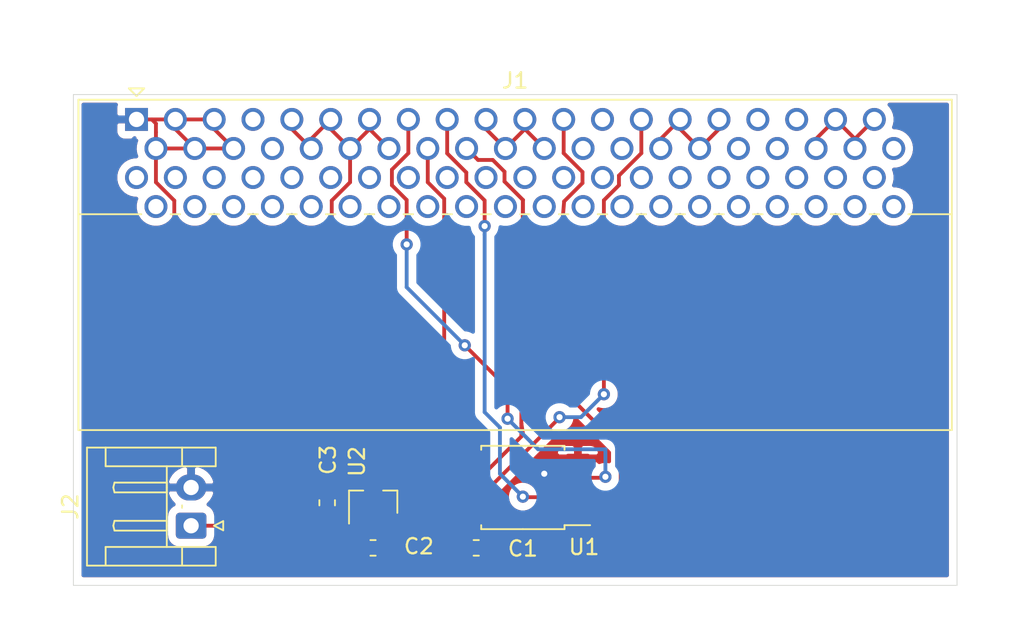
<source format=kicad_pcb>
(kicad_pcb (version 20171130) (host pcbnew "(5.1.5-0)")

  (general
    (thickness 1.6)
    (drawings 4)
    (tracks 135)
    (zones 0)
    (modules 7)
    (nets 13)
  )

  (page A4)
  (layers
    (0 F.Cu signal)
    (31 B.Cu signal)
    (32 B.Adhes user)
    (33 F.Adhes user)
    (34 B.Paste user)
    (35 F.Paste user)
    (36 B.SilkS user)
    (37 F.SilkS user)
    (38 B.Mask user)
    (39 F.Mask user)
    (40 Dwgs.User user)
    (41 Cmts.User user)
    (42 Eco1.User user)
    (43 Eco2.User user)
    (44 Edge.Cuts user)
    (45 Margin user)
    (46 B.CrtYd user)
    (47 F.CrtYd user)
    (48 B.Fab user hide)
    (49 F.Fab user hide)
  )

  (setup
    (last_trace_width 0.25)
    (trace_clearance 0.2)
    (zone_clearance 0.508)
    (zone_45_only no)
    (trace_min 0.2)
    (via_size 0.8)
    (via_drill 0.4)
    (via_min_size 0.4)
    (via_min_drill 0.3)
    (uvia_size 0.3)
    (uvia_drill 0.1)
    (uvias_allowed no)
    (uvia_min_size 0.2)
    (uvia_min_drill 0.1)
    (edge_width 0.05)
    (segment_width 0.2)
    (pcb_text_width 0.3)
    (pcb_text_size 1.5 1.5)
    (mod_edge_width 0.12)
    (mod_text_size 1 1)
    (mod_text_width 0.15)
    (pad_size 1.524 1.524)
    (pad_drill 0.762)
    (pad_to_mask_clearance 0.051)
    (solder_mask_min_width 0.25)
    (aux_axis_origin 0 0)
    (visible_elements FFFFFF7F)
    (pcbplotparams
      (layerselection 0x010fc_ffffffff)
      (usegerberextensions false)
      (usegerberattributes false)
      (usegerberadvancedattributes false)
      (creategerberjobfile false)
      (excludeedgelayer true)
      (linewidth 0.100000)
      (plotframeref false)
      (viasonmask false)
      (mode 1)
      (useauxorigin false)
      (hpglpennumber 1)
      (hpglpenspeed 20)
      (hpglpendiameter 15.000000)
      (psnegative false)
      (psa4output false)
      (plotreference true)
      (plotvalue true)
      (plotinvisibletext false)
      (padsonsilk false)
      (subtractmaskfromsilk false)
      (outputformat 1)
      (mirror false)
      (drillshape 1)
      (scaleselection 1)
      (outputdirectory ""))
  )

  (net 0 "")
  (net 1 GND)
  (net 2 "Net-(C3-Pad2)")
  (net 3 "Net-(J1-Pad71)")
  (net 4 "Net-(J1-Pad55)")
  (net 5 /hold)
  (net 6 "Net-(J1-Pad37)")
  (net 7 /miso)
  (net 8 /mosi)
  (net 9 /wp)
  (net 10 /3.3V)
  (net 11 /~CS)
  (net 12 /sclk)

  (net_class Default "This is the default net class."
    (clearance 0.2)
    (trace_width 0.25)
    (via_dia 0.8)
    (via_drill 0.4)
    (uvia_dia 0.3)
    (uvia_drill 0.1)
    (add_net /3.3V)
    (add_net /hold)
    (add_net /miso)
    (add_net /mosi)
    (add_net /sclk)
    (add_net /wp)
    (add_net /~CS)
    (add_net GND)
    (add_net "Net-(C3-Pad2)")
    (add_net "Net-(J1-Pad10)")
    (add_net "Net-(J1-Pad12)")
    (add_net "Net-(J1-Pad13)")
    (add_net "Net-(J1-Pad14)")
    (add_net "Net-(J1-Pad15)")
    (add_net "Net-(J1-Pad16)")
    (add_net "Net-(J1-Pad18)")
    (add_net "Net-(J1-Pad2)")
    (add_net "Net-(J1-Pad20)")
    (add_net "Net-(J1-Pad22)")
    (add_net "Net-(J1-Pad24)")
    (add_net "Net-(J1-Pad26)")
    (add_net "Net-(J1-Pad28)")
    (add_net "Net-(J1-Pad30)")
    (add_net "Net-(J1-Pad32)")
    (add_net "Net-(J1-Pad34)")
    (add_net "Net-(J1-Pad36)")
    (add_net "Net-(J1-Pad37)")
    (add_net "Net-(J1-Pad38)")
    (add_net "Net-(J1-Pad4)")
    (add_net "Net-(J1-Pad40)")
    (add_net "Net-(J1-Pad42)")
    (add_net "Net-(J1-Pad44)")
    (add_net "Net-(J1-Pad46)")
    (add_net "Net-(J1-Pad47)")
    (add_net "Net-(J1-Pad48)")
    (add_net "Net-(J1-Pad49)")
    (add_net "Net-(J1-Pad50)")
    (add_net "Net-(J1-Pad51)")
    (add_net "Net-(J1-Pad52)")
    (add_net "Net-(J1-Pad54)")
    (add_net "Net-(J1-Pad55)")
    (add_net "Net-(J1-Pad56)")
    (add_net "Net-(J1-Pad58)")
    (add_net "Net-(J1-Pad6)")
    (add_net "Net-(J1-Pad60)")
    (add_net "Net-(J1-Pad62)")
    (add_net "Net-(J1-Pad63)")
    (add_net "Net-(J1-Pad64)")
    (add_net "Net-(J1-Pad65)")
    (add_net "Net-(J1-Pad66)")
    (add_net "Net-(J1-Pad67)")
    (add_net "Net-(J1-Pad68)")
    (add_net "Net-(J1-Pad69)")
    (add_net "Net-(J1-Pad70)")
    (add_net "Net-(J1-Pad71)")
    (add_net "Net-(J1-Pad72)")
    (add_net "Net-(J1-Pad74)")
    (add_net "Net-(J1-Pad76)")
    (add_net "Net-(J1-Pad78)")
    (add_net "Net-(J1-Pad79)")
    (add_net "Net-(J1-Pad8)")
    (add_net "Net-(J1-Pad80)")
  )

  (module Package_TO_SOT_SMD:SOT-23 (layer F.Cu) (tedit 5A02FF57) (tstamp 5EC651B0)
    (at 162.41 100.86 90)
    (descr "SOT-23, Standard")
    (tags SOT-23)
    (path /5EC6BB5B)
    (attr smd)
    (fp_text reference U2 (at 2.66 -1.06 90) (layer F.SilkS)
      (effects (font (size 1 1) (thickness 0.15)))
    )
    (fp_text value XC6206PxxxMR (at 0 2.5 90) (layer F.Fab)
      (effects (font (size 1 1) (thickness 0.15)))
    )
    (fp_line (start 0.76 1.58) (end -0.7 1.58) (layer F.SilkS) (width 0.12))
    (fp_line (start 0.76 -1.58) (end -1.4 -1.58) (layer F.SilkS) (width 0.12))
    (fp_line (start -1.7 1.75) (end -1.7 -1.75) (layer F.CrtYd) (width 0.05))
    (fp_line (start 1.7 1.75) (end -1.7 1.75) (layer F.CrtYd) (width 0.05))
    (fp_line (start 1.7 -1.75) (end 1.7 1.75) (layer F.CrtYd) (width 0.05))
    (fp_line (start -1.7 -1.75) (end 1.7 -1.75) (layer F.CrtYd) (width 0.05))
    (fp_line (start 0.76 -1.58) (end 0.76 -0.65) (layer F.SilkS) (width 0.12))
    (fp_line (start 0.76 1.58) (end 0.76 0.65) (layer F.SilkS) (width 0.12))
    (fp_line (start -0.7 1.52) (end 0.7 1.52) (layer F.Fab) (width 0.1))
    (fp_line (start 0.7 -1.52) (end 0.7 1.52) (layer F.Fab) (width 0.1))
    (fp_line (start -0.7 -0.95) (end -0.15 -1.52) (layer F.Fab) (width 0.1))
    (fp_line (start -0.15 -1.52) (end 0.7 -1.52) (layer F.Fab) (width 0.1))
    (fp_line (start -0.7 -0.95) (end -0.7 1.5) (layer F.Fab) (width 0.1))
    (fp_text user %R (at 0 0) (layer F.Fab)
      (effects (font (size 0.5 0.5) (thickness 0.075)))
    )
    (pad 3 smd rect (at 1 0 90) (size 0.9 0.8) (layers F.Cu F.Paste F.Mask)
      (net 2 "Net-(C3-Pad2)"))
    (pad 2 smd rect (at -1 0.95 90) (size 0.9 0.8) (layers F.Cu F.Paste F.Mask)
      (net 10 /3.3V))
    (pad 1 smd rect (at -1 -0.95 90) (size 0.9 0.8) (layers F.Cu F.Paste F.Mask)
      (net 1 GND))
    (model ${KISYS3DMOD}/Package_TO_SOT_SMD.3dshapes/SOT-23.wrl
      (at (xyz 0 0 0))
      (scale (xyz 1 1 1))
      (rotate (xyz 0 0 0))
    )
  )

  (module Package_SO:SOIC-8_5.23x5.23mm_P1.27mm (layer F.Cu) (tedit 5D9F72B1) (tstamp 5EC6519B)
    (at 172.2 99.9 180)
    (descr "SOIC, 8 Pin (http://www.winbond.com/resource-files/w25q32jv%20revg%2003272018%20plus.pdf#page=68), generated with kicad-footprint-generator ipc_gullwing_generator.py")
    (tags "SOIC SO")
    (path /5EC613D0)
    (attr smd)
    (fp_text reference U1 (at -4 -3.9) (layer F.SilkS)
      (effects (font (size 1 1) (thickness 0.15)))
    )
    (fp_text value W25Q32JVSS (at 0 3.56) (layer F.Fab)
      (effects (font (size 1 1) (thickness 0.15)))
    )
    (fp_text user %R (at 0 0) (layer F.Fab)
      (effects (font (size 1 1) (thickness 0.15)))
    )
    (fp_line (start 4.65 -2.86) (end -4.65 -2.86) (layer F.CrtYd) (width 0.05))
    (fp_line (start 4.65 2.86) (end 4.65 -2.86) (layer F.CrtYd) (width 0.05))
    (fp_line (start -4.65 2.86) (end 4.65 2.86) (layer F.CrtYd) (width 0.05))
    (fp_line (start -4.65 -2.86) (end -4.65 2.86) (layer F.CrtYd) (width 0.05))
    (fp_line (start -2.615 -1.615) (end -1.615 -2.615) (layer F.Fab) (width 0.1))
    (fp_line (start -2.615 2.615) (end -2.615 -1.615) (layer F.Fab) (width 0.1))
    (fp_line (start 2.615 2.615) (end -2.615 2.615) (layer F.Fab) (width 0.1))
    (fp_line (start 2.615 -2.615) (end 2.615 2.615) (layer F.Fab) (width 0.1))
    (fp_line (start -1.615 -2.615) (end 2.615 -2.615) (layer F.Fab) (width 0.1))
    (fp_line (start -2.725 -2.465) (end -4.4 -2.465) (layer F.SilkS) (width 0.12))
    (fp_line (start -2.725 -2.725) (end -2.725 -2.465) (layer F.SilkS) (width 0.12))
    (fp_line (start 0 -2.725) (end -2.725 -2.725) (layer F.SilkS) (width 0.12))
    (fp_line (start 2.725 -2.725) (end 2.725 -2.465) (layer F.SilkS) (width 0.12))
    (fp_line (start 0 -2.725) (end 2.725 -2.725) (layer F.SilkS) (width 0.12))
    (fp_line (start -2.725 2.725) (end -2.725 2.465) (layer F.SilkS) (width 0.12))
    (fp_line (start 0 2.725) (end -2.725 2.725) (layer F.SilkS) (width 0.12))
    (fp_line (start 2.725 2.725) (end 2.725 2.465) (layer F.SilkS) (width 0.12))
    (fp_line (start 0 2.725) (end 2.725 2.725) (layer F.SilkS) (width 0.12))
    (pad 8 smd roundrect (at 3.6 -1.905 180) (size 1.6 0.6) (layers F.Cu F.Paste F.Mask) (roundrect_rratio 0.25)
      (net 10 /3.3V))
    (pad 7 smd roundrect (at 3.6 -0.635 180) (size 1.6 0.6) (layers F.Cu F.Paste F.Mask) (roundrect_rratio 0.25)
      (net 5 /hold))
    (pad 6 smd roundrect (at 3.6 0.635 180) (size 1.6 0.6) (layers F.Cu F.Paste F.Mask) (roundrect_rratio 0.25)
      (net 12 /sclk))
    (pad 5 smd roundrect (at 3.6 1.905 180) (size 1.6 0.6) (layers F.Cu F.Paste F.Mask) (roundrect_rratio 0.25)
      (net 8 /mosi))
    (pad 4 smd roundrect (at -3.6 1.905 180) (size 1.6 0.6) (layers F.Cu F.Paste F.Mask) (roundrect_rratio 0.25)
      (net 1 GND))
    (pad 3 smd roundrect (at -3.6 0.635 180) (size 1.6 0.6) (layers F.Cu F.Paste F.Mask) (roundrect_rratio 0.25)
      (net 9 /wp))
    (pad 2 smd roundrect (at -3.6 -0.635 180) (size 1.6 0.6) (layers F.Cu F.Paste F.Mask) (roundrect_rratio 0.25)
      (net 7 /miso))
    (pad 1 smd roundrect (at -3.6 -1.905 180) (size 1.6 0.6) (layers F.Cu F.Paste F.Mask) (roundrect_rratio 0.25)
      (net 11 /~CS))
    (model ${KISYS3DMOD}/Package_SO.3dshapes/SOIC-8_5.23x5.23mm_P1.27mm.wrl
      (at (xyz 0 0 0))
      (scale (xyz 1 1 1))
      (rotate (xyz 0 0 0))
    )
  )

  (module Connector_JST:JST_EH_S2B-EH_1x02_P2.50mm_Horizontal (layer F.Cu) (tedit 5C281425) (tstamp 5EC6517C)
    (at 150.5 102.4 90)
    (descr "JST EH series connector, S2B-EH (http://www.jst-mfg.com/product/pdf/eng/eEH.pdf), generated with kicad-footprint-generator")
    (tags "connector JST EH horizontal")
    (path /5EC756CE)
    (fp_text reference J2 (at 1.25 -7.9 90) (layer F.SilkS)
      (effects (font (size 1 1) (thickness 0.15)))
    )
    (fp_text value Conn_01x02_Male (at 1.25 2.7 90) (layer F.Fab)
      (effects (font (size 1 1) (thickness 0.15)))
    )
    (fp_text user %R (at 1.25 -2.6 90) (layer F.Fab)
      (effects (font (size 1 1) (thickness 0.15)))
    )
    (fp_line (start 0 -1.407107) (end 0.5 -0.7) (layer F.Fab) (width 0.1))
    (fp_line (start -0.5 -0.7) (end 0 -1.407107) (layer F.Fab) (width 0.1))
    (fp_line (start 0.3 2.1) (end 0 1.5) (layer F.SilkS) (width 0.12))
    (fp_line (start -0.3 2.1) (end 0.3 2.1) (layer F.SilkS) (width 0.12))
    (fp_line (start 0 1.5) (end -0.3 2.1) (layer F.SilkS) (width 0.12))
    (fp_line (start 2.82 -1.59) (end 2.5 -1.59) (layer F.SilkS) (width 0.12))
    (fp_line (start 2.82 -5.01) (end 2.82 -1.59) (layer F.SilkS) (width 0.12))
    (fp_line (start 2.5 -5.09) (end 2.82 -5.01) (layer F.SilkS) (width 0.12))
    (fp_line (start 2.18 -5.01) (end 2.5 -5.09) (layer F.SilkS) (width 0.12))
    (fp_line (start 2.18 -1.59) (end 2.18 -5.01) (layer F.SilkS) (width 0.12))
    (fp_line (start 2.5 -1.59) (end 2.18 -1.59) (layer F.SilkS) (width 0.12))
    (fp_line (start 1.17 -0.59) (end 1.33 -0.59) (layer F.SilkS) (width 0.12))
    (fp_line (start 0.32 -1.59) (end 0 -1.59) (layer F.SilkS) (width 0.12))
    (fp_line (start 0.32 -5.01) (end 0.32 -1.59) (layer F.SilkS) (width 0.12))
    (fp_line (start 0 -5.09) (end 0.32 -5.01) (layer F.SilkS) (width 0.12))
    (fp_line (start -0.32 -5.01) (end 0 -5.09) (layer F.SilkS) (width 0.12))
    (fp_line (start -0.32 -1.59) (end -0.32 -5.01) (layer F.SilkS) (width 0.12))
    (fp_line (start 0 -1.59) (end -0.32 -1.59) (layer F.SilkS) (width 0.12))
    (fp_line (start -1.39 -1.59) (end 3.89 -1.59) (layer F.SilkS) (width 0.12))
    (fp_line (start 3.89 -0.59) (end 5.11 -0.59) (layer F.SilkS) (width 0.12))
    (fp_line (start 3.89 -5.59) (end 3.89 -0.59) (layer F.SilkS) (width 0.12))
    (fp_line (start 5.11 -5.59) (end 3.89 -5.59) (layer F.SilkS) (width 0.12))
    (fp_line (start -1.39 -0.59) (end -2.61 -0.59) (layer F.SilkS) (width 0.12))
    (fp_line (start -1.39 -5.59) (end -1.39 -0.59) (layer F.SilkS) (width 0.12))
    (fp_line (start -2.61 -5.59) (end -1.39 -5.59) (layer F.SilkS) (width 0.12))
    (fp_line (start 3.89 1.61) (end 3.89 -0.59) (layer F.SilkS) (width 0.12))
    (fp_line (start 5.11 1.61) (end 3.89 1.61) (layer F.SilkS) (width 0.12))
    (fp_line (start 5.11 -6.81) (end 5.11 1.61) (layer F.SilkS) (width 0.12))
    (fp_line (start -2.61 -6.81) (end 5.11 -6.81) (layer F.SilkS) (width 0.12))
    (fp_line (start -2.61 1.61) (end -2.61 -6.81) (layer F.SilkS) (width 0.12))
    (fp_line (start -1.39 1.61) (end -2.61 1.61) (layer F.SilkS) (width 0.12))
    (fp_line (start -1.39 -0.59) (end -1.39 1.61) (layer F.SilkS) (width 0.12))
    (fp_line (start 5.5 -7.2) (end -3 -7.2) (layer F.CrtYd) (width 0.05))
    (fp_line (start 5.5 2) (end 5.5 -7.2) (layer F.CrtYd) (width 0.05))
    (fp_line (start -3 2) (end 5.5 2) (layer F.CrtYd) (width 0.05))
    (fp_line (start -3 -7.2) (end -3 2) (layer F.CrtYd) (width 0.05))
    (fp_line (start 4 -0.7) (end -1.5 -0.7) (layer F.Fab) (width 0.1))
    (fp_line (start 4 1.5) (end 4 -0.7) (layer F.Fab) (width 0.1))
    (fp_line (start 5 1.5) (end 4 1.5) (layer F.Fab) (width 0.1))
    (fp_line (start 5 -6.7) (end 5 1.5) (layer F.Fab) (width 0.1))
    (fp_line (start -2.5 -6.7) (end 5 -6.7) (layer F.Fab) (width 0.1))
    (fp_line (start -2.5 1.5) (end -2.5 -6.7) (layer F.Fab) (width 0.1))
    (fp_line (start -1.5 1.5) (end -2.5 1.5) (layer F.Fab) (width 0.1))
    (fp_line (start -1.5 -0.7) (end -1.5 1.5) (layer F.Fab) (width 0.1))
    (pad 2 thru_hole oval (at 2.5 0 90) (size 1.7 2) (drill 1) (layers *.Cu *.Mask)
      (net 1 GND))
    (pad 1 thru_hole roundrect (at 0 0 90) (size 1.7 2) (drill 1) (layers *.Cu *.Mask) (roundrect_rratio 0.147059)
      (net 2 "Net-(C3-Pad2)"))
    (model ${KISYS3DMOD}/Connector_JST.3dshapes/JST_EH_S2B-EH_1x02_P2.50mm_Horizontal.wrl
      (at (xyz 0 0 0))
      (scale (xyz 1 1 1))
      (rotate (xyz 0 0 0))
    )
  )

  (module Connector_PCBEdge:4UCON_10156_2x40_P1.27mm_Socket_Horizontal (layer F.Cu) (tedit 5BAA534F) (tstamp 5EC65149)
    (at 146.93 75.825)
    (descr "4UCON 10156 Card edge socket with 80 contacts (40 each side), through-hole, http://www.4uconnector.com/online/object/4udrawing/10156.pdf")
    (tags "4UCON 10156 Card edge socket with 80 contacts")
    (path /5EC62855)
    (fp_text reference J1 (at 24.765 -2.54) (layer F.SilkS)
      (effects (font (size 1 1) (thickness 0.15)))
    )
    (fp_text value microbit_edge_connector (at 24.765 21.45) (layer F.Fab)
      (effects (font (size 1 1) (thickness 0.15)))
    )
    (fp_text user %R (at 24.765 9.515) (layer F.Fab)
      (effects (font (size 1 1) (thickness 0.15)))
    )
    (fp_line (start 0.5 -2.03) (end 0 -1.53) (layer F.SilkS) (width 0.12))
    (fp_line (start -0.5 -2.03) (end 0.5 -2.03) (layer F.SilkS) (width 0.12))
    (fp_line (start 0 -1.53) (end -0.5 -2.03) (layer F.SilkS) (width 0.12))
    (fp_line (start 50.49 6.2) (end 53.33 6.2) (layer F.SilkS) (width 0.12))
    (fp_line (start 47.95 6.2) (end 48.571 6.2) (layer F.SilkS) (width 0.12))
    (fp_line (start 45.41 6.2) (end 46.031 6.2) (layer F.SilkS) (width 0.12))
    (fp_line (start 42.87 6.2) (end 43.491 6.2) (layer F.SilkS) (width 0.12))
    (fp_line (start 40.33 6.2) (end 40.951 6.2) (layer F.SilkS) (width 0.12))
    (fp_line (start 37.79 6.2) (end 38.411 6.2) (layer F.SilkS) (width 0.12))
    (fp_line (start 35.25 6.2) (end 35.871 6.2) (layer F.SilkS) (width 0.12))
    (fp_line (start 32.71 6.2) (end 33.331 6.2) (layer F.SilkS) (width 0.12))
    (fp_line (start 30.17 6.2) (end 30.791 6.2) (layer F.SilkS) (width 0.12))
    (fp_line (start 27.63 6.2) (end 28.251 6.2) (layer F.SilkS) (width 0.12))
    (fp_line (start 25.09 6.2) (end 25.711 6.2) (layer F.SilkS) (width 0.12))
    (fp_line (start 22.55 6.2) (end 23.171 6.2) (layer F.SilkS) (width 0.12))
    (fp_line (start 20.01 6.2) (end 20.631 6.2) (layer F.SilkS) (width 0.12))
    (fp_line (start 17.47 6.2) (end 18.091 6.2) (layer F.SilkS) (width 0.12))
    (fp_line (start 14.93 6.2) (end 15.551 6.2) (layer F.SilkS) (width 0.12))
    (fp_line (start 12.39 6.2) (end 13.011 6.2) (layer F.SilkS) (width 0.12))
    (fp_line (start 9.85 6.2) (end 10.471 6.2) (layer F.SilkS) (width 0.12))
    (fp_line (start 7.31 6.2) (end 7.931 6.2) (layer F.SilkS) (width 0.12))
    (fp_line (start 4.77 6.2) (end 5.391 6.2) (layer F.SilkS) (width 0.12))
    (fp_line (start 2.23 6.2) (end 2.851 6.2) (layer F.SilkS) (width 0.12))
    (fp_line (start -3.8 6.2) (end 0.311 6.2) (layer F.SilkS) (width 0.12))
    (fp_line (start 53.33 -1.29) (end -3.8 -1.29) (layer F.SilkS) (width 0.12))
    (fp_line (start 53.33 20.32) (end 53.33 -1.29) (layer F.SilkS) (width 0.12))
    (fp_line (start -3.8 20.32) (end 53.33 20.32) (layer F.SilkS) (width 0.12))
    (fp_line (start -3.8 -1.29) (end -3.8 20.32) (layer F.SilkS) (width 0.12))
    (fp_line (start 53.71 -1.67) (end -4.18 -1.67) (layer F.CrtYd) (width 0.05))
    (fp_line (start 53.71 20.7) (end 53.71 -1.67) (layer F.CrtYd) (width 0.05))
    (fp_line (start -4.18 20.7) (end 53.71 20.7) (layer F.CrtYd) (width 0.05))
    (fp_line (start -4.18 -1.67) (end -4.18 20.7) (layer F.CrtYd) (width 0.05))
    (fp_line (start -3.68 6.2) (end 53.21 6.2) (layer F.Fab) (width 0.1))
    (fp_line (start -3.68 20.2) (end -3.68 -1.17) (layer F.Fab) (width 0.1))
    (fp_line (start 53.21 20.2) (end -3.68 20.2) (layer F.Fab) (width 0.1))
    (fp_line (start 53.21 -1.17) (end 53.21 20.2) (layer F.Fab) (width 0.1))
    (fp_line (start 1 -1.17) (end 53.21 -1.17) (layer F.Fab) (width 0.1))
    (fp_line (start 0 -0.17) (end 1 -1.17) (layer F.Fab) (width 0.1))
    (fp_line (start -1 -1.17) (end 0 -0.17) (layer F.Fab) (width 0.1))
    (fp_line (start -3.68 -1.17) (end -1 -1.17) (layer F.Fab) (width 0.1))
    (pad 80 thru_hole circle (at 49.53 5.7) (size 1.5 1.5) (drill 1) (layers *.Cu *.Mask))
    (pad 79 thru_hole circle (at 49.53 1.9) (size 1.5 1.5) (drill 1) (layers *.Cu *.Mask))
    (pad 78 thru_hole circle (at 48.26 3.8) (size 1.5 1.5) (drill 1) (layers *.Cu *.Mask))
    (pad 77 thru_hole circle (at 48.26 0) (size 1.5 1.5) (drill 1) (layers *.Cu *.Mask)
      (net 3 "Net-(J1-Pad71)"))
    (pad 76 thru_hole circle (at 46.99 5.7) (size 1.5 1.5) (drill 1) (layers *.Cu *.Mask))
    (pad 75 thru_hole circle (at 46.99 1.9) (size 1.5 1.5) (drill 1) (layers *.Cu *.Mask)
      (net 3 "Net-(J1-Pad71)"))
    (pad 74 thru_hole circle (at 45.72 3.8) (size 1.5 1.5) (drill 1) (layers *.Cu *.Mask))
    (pad 73 thru_hole circle (at 45.72 0) (size 1.5 1.5) (drill 1) (layers *.Cu *.Mask)
      (net 3 "Net-(J1-Pad71)"))
    (pad 72 thru_hole circle (at 44.45 5.7) (size 1.5 1.5) (drill 1) (layers *.Cu *.Mask))
    (pad 71 thru_hole circle (at 44.45 1.9) (size 1.5 1.5) (drill 1) (layers *.Cu *.Mask)
      (net 3 "Net-(J1-Pad71)"))
    (pad 70 thru_hole circle (at 43.18 3.8) (size 1.5 1.5) (drill 1) (layers *.Cu *.Mask))
    (pad 69 thru_hole circle (at 43.18 0) (size 1.5 1.5) (drill 1) (layers *.Cu *.Mask))
    (pad 68 thru_hole circle (at 41.91 5.7) (size 1.5 1.5) (drill 1) (layers *.Cu *.Mask))
    (pad 67 thru_hole circle (at 41.91 1.9) (size 1.5 1.5) (drill 1) (layers *.Cu *.Mask))
    (pad 66 thru_hole circle (at 40.64 3.8) (size 1.5 1.5) (drill 1) (layers *.Cu *.Mask))
    (pad 65 thru_hole circle (at 40.64 0) (size 1.5 1.5) (drill 1) (layers *.Cu *.Mask))
    (pad 64 thru_hole circle (at 39.37 5.7) (size 1.5 1.5) (drill 1) (layers *.Cu *.Mask))
    (pad 63 thru_hole circle (at 39.37 1.9) (size 1.5 1.5) (drill 1) (layers *.Cu *.Mask))
    (pad 62 thru_hole circle (at 38.1 3.8) (size 1.5 1.5) (drill 1) (layers *.Cu *.Mask))
    (pad 61 thru_hole circle (at 38.1 0) (size 1.5 1.5) (drill 1) (layers *.Cu *.Mask)
      (net 4 "Net-(J1-Pad55)"))
    (pad 60 thru_hole circle (at 36.83 5.7) (size 1.5 1.5) (drill 1) (layers *.Cu *.Mask))
    (pad 59 thru_hole circle (at 36.83 1.9) (size 1.5 1.5) (drill 1) (layers *.Cu *.Mask)
      (net 4 "Net-(J1-Pad55)"))
    (pad 58 thru_hole circle (at 35.56 3.8) (size 1.5 1.5) (drill 1) (layers *.Cu *.Mask))
    (pad 57 thru_hole circle (at 35.56 0) (size 1.5 1.5) (drill 1) (layers *.Cu *.Mask)
      (net 4 "Net-(J1-Pad55)"))
    (pad 56 thru_hole circle (at 34.29 5.7) (size 1.5 1.5) (drill 1) (layers *.Cu *.Mask))
    (pad 55 thru_hole circle (at 34.29 1.9) (size 1.5 1.5) (drill 1) (layers *.Cu *.Mask)
      (net 4 "Net-(J1-Pad55)"))
    (pad 54 thru_hole circle (at 33.02 3.8) (size 1.5 1.5) (drill 1) (layers *.Cu *.Mask))
    (pad 53 thru_hole circle (at 33.02 0) (size 1.5 1.5) (drill 1) (layers *.Cu *.Mask)
      (net 5 /hold))
    (pad 52 thru_hole circle (at 31.75 5.7) (size 1.5 1.5) (drill 1) (layers *.Cu *.Mask))
    (pad 51 thru_hole circle (at 31.75 1.9) (size 1.5 1.5) (drill 1) (layers *.Cu *.Mask))
    (pad 50 thru_hole circle (at 30.48 3.8) (size 1.5 1.5) (drill 1) (layers *.Cu *.Mask))
    (pad 49 thru_hole circle (at 30.48 0) (size 1.5 1.5) (drill 1) (layers *.Cu *.Mask))
    (pad 48 thru_hole circle (at 29.21 5.7) (size 1.5 1.5) (drill 1) (layers *.Cu *.Mask))
    (pad 47 thru_hole circle (at 29.21 1.9) (size 1.5 1.5) (drill 1) (layers *.Cu *.Mask))
    (pad 46 thru_hole circle (at 27.94 3.8) (size 1.5 1.5) (drill 1) (layers *.Cu *.Mask))
    (pad 45 thru_hole circle (at 27.94 0) (size 1.5 1.5) (drill 1) (layers *.Cu *.Mask)
      (net 11 /~CS))
    (pad 44 thru_hole circle (at 26.67 5.7) (size 1.5 1.5) (drill 1) (layers *.Cu *.Mask))
    (pad 43 thru_hole circle (at 26.67 1.9) (size 1.5 1.5) (drill 1) (layers *.Cu *.Mask)
      (net 6 "Net-(J1-Pad37)"))
    (pad 42 thru_hole circle (at 25.4 3.8) (size 1.5 1.5) (drill 1) (layers *.Cu *.Mask))
    (pad 41 thru_hole circle (at 25.4 0) (size 1.5 1.5) (drill 1) (layers *.Cu *.Mask)
      (net 6 "Net-(J1-Pad37)"))
    (pad 40 thru_hole circle (at 24.13 5.7) (size 1.5 1.5) (drill 1) (layers *.Cu *.Mask))
    (pad 39 thru_hole circle (at 24.13 1.9) (size 1.5 1.5) (drill 1) (layers *.Cu *.Mask)
      (net 6 "Net-(J1-Pad37)"))
    (pad 38 thru_hole circle (at 22.86 3.8) (size 1.5 1.5) (drill 1) (layers *.Cu *.Mask))
    (pad 37 thru_hole circle (at 22.86 0) (size 1.5 1.5) (drill 1) (layers *.Cu *.Mask)
      (net 6 "Net-(J1-Pad37)"))
    (pad 36 thru_hole circle (at 21.59 5.7) (size 1.5 1.5) (drill 1) (layers *.Cu *.Mask))
    (pad 35 thru_hole circle (at 21.59 1.9) (size 1.5 1.5) (drill 1) (layers *.Cu *.Mask)
      (net 12 /sclk))
    (pad 34 thru_hole circle (at 20.32 3.8) (size 1.5 1.5) (drill 1) (layers *.Cu *.Mask))
    (pad 33 thru_hole circle (at 20.32 0) (size 1.5 1.5) (drill 1) (layers *.Cu *.Mask)
      (net 7 /miso))
    (pad 32 thru_hole circle (at 19.05 5.7) (size 1.5 1.5) (drill 1) (layers *.Cu *.Mask))
    (pad 31 thru_hole circle (at 19.05 1.9) (size 1.5 1.5) (drill 1) (layers *.Cu *.Mask)
      (net 8 /mosi))
    (pad 30 thru_hole circle (at 17.78 3.8) (size 1.5 1.5) (drill 1) (layers *.Cu *.Mask))
    (pad 29 thru_hole circle (at 17.78 0) (size 1.5 1.5) (drill 1) (layers *.Cu *.Mask)
      (net 9 /wp))
    (pad 28 thru_hole circle (at 16.51 5.7) (size 1.5 1.5) (drill 1) (layers *.Cu *.Mask))
    (pad 27 thru_hole circle (at 16.51 1.9) (size 1.5 1.5) (drill 1) (layers *.Cu *.Mask)
      (net 10 /3.3V))
    (pad 26 thru_hole circle (at 15.24 3.8) (size 1.5 1.5) (drill 1) (layers *.Cu *.Mask))
    (pad 25 thru_hole circle (at 15.24 0) (size 1.5 1.5) (drill 1) (layers *.Cu *.Mask)
      (net 10 /3.3V))
    (pad 24 thru_hole circle (at 13.97 5.7) (size 1.5 1.5) (drill 1) (layers *.Cu *.Mask))
    (pad 23 thru_hole circle (at 13.97 1.9) (size 1.5 1.5) (drill 1) (layers *.Cu *.Mask)
      (net 10 /3.3V))
    (pad 22 thru_hole circle (at 12.7 3.8) (size 1.5 1.5) (drill 1) (layers *.Cu *.Mask))
    (pad 21 thru_hole circle (at 12.7 0) (size 1.5 1.5) (drill 1) (layers *.Cu *.Mask)
      (net 10 /3.3V))
    (pad 20 thru_hole circle (at 11.43 5.7) (size 1.5 1.5) (drill 1) (layers *.Cu *.Mask))
    (pad 19 thru_hole circle (at 11.43 1.9) (size 1.5 1.5) (drill 1) (layers *.Cu *.Mask)
      (net 10 /3.3V))
    (pad 18 thru_hole circle (at 10.16 3.8) (size 1.5 1.5) (drill 1) (layers *.Cu *.Mask))
    (pad 17 thru_hole circle (at 10.16 0) (size 1.5 1.5) (drill 1) (layers *.Cu *.Mask)
      (net 10 /3.3V))
    (pad 16 thru_hole circle (at 8.89 5.7) (size 1.5 1.5) (drill 1) (layers *.Cu *.Mask))
    (pad 15 thru_hole circle (at 8.89 1.9) (size 1.5 1.5) (drill 1) (layers *.Cu *.Mask))
    (pad 14 thru_hole circle (at 7.62 3.8) (size 1.5 1.5) (drill 1) (layers *.Cu *.Mask))
    (pad 13 thru_hole circle (at 7.62 0) (size 1.5 1.5) (drill 1) (layers *.Cu *.Mask))
    (pad 12 thru_hole circle (at 6.35 5.7) (size 1.5 1.5) (drill 1) (layers *.Cu *.Mask))
    (pad 11 thru_hole circle (at 6.35 1.9) (size 1.5 1.5) (drill 1) (layers *.Cu *.Mask)
      (net 1 GND))
    (pad 10 thru_hole circle (at 5.08 3.8) (size 1.5 1.5) (drill 1) (layers *.Cu *.Mask))
    (pad 9 thru_hole circle (at 5.08 0) (size 1.5 1.5) (drill 1) (layers *.Cu *.Mask)
      (net 1 GND))
    (pad 8 thru_hole circle (at 3.81 5.7) (size 1.5 1.5) (drill 1) (layers *.Cu *.Mask))
    (pad 7 thru_hole circle (at 3.81 1.9) (size 1.5 1.5) (drill 1) (layers *.Cu *.Mask)
      (net 1 GND))
    (pad 6 thru_hole circle (at 2.54 3.8) (size 1.5 1.5) (drill 1) (layers *.Cu *.Mask))
    (pad 5 thru_hole circle (at 2.54 0) (size 1.5 1.5) (drill 1) (layers *.Cu *.Mask)
      (net 1 GND))
    (pad 4 thru_hole circle (at 1.27 5.7) (size 1.5 1.5) (drill 1) (layers *.Cu *.Mask))
    (pad 3 thru_hole circle (at 1.27 1.9) (size 1.5 1.5) (drill 1) (layers *.Cu *.Mask)
      (net 1 GND))
    (pad 2 thru_hole circle (at 0 3.8) (size 1.5 1.5) (drill 1) (layers *.Cu *.Mask))
    (pad 1 thru_hole rect (at 0 0) (size 1.5 1.5) (drill 1) (layers *.Cu *.Mask)
      (net 1 GND))
    (model ${KISYS3DMOD}/Connector_PCBEdge.3dshapes/4UCON_10156_2x40_P1.27mm_Socket_Horizontal.wrl
      (at (xyz 0 0 0))
      (scale (xyz 1 1 1))
      (rotate (xyz 0 0 0))
    )
  )

  (module Capacitor_SMD:C_0603_1608Metric_Pad1.05x0.95mm_HandSolder (layer F.Cu) (tedit 5B301BBE) (tstamp 5EC65395)
    (at 159.4 100.9 90)
    (descr "Capacitor SMD 0603 (1608 Metric), square (rectangular) end terminal, IPC_7351 nominal with elongated pad for handsoldering. (Body size source: http://www.tortai-tech.com/upload/download/2011102023233369053.pdf), generated with kicad-footprint-generator")
    (tags "capacitor handsolder")
    (path /5EC74158)
    (attr smd)
    (fp_text reference C3 (at 2.8 0.05 90) (layer F.SilkS)
      (effects (font (size 1 1) (thickness 0.15)))
    )
    (fp_text value 1uF (at 0 1.43 90) (layer F.Fab)
      (effects (font (size 1 1) (thickness 0.15)))
    )
    (fp_text user %R (at 0 0) (layer F.Fab)
      (effects (font (size 0.4 0.4) (thickness 0.06)))
    )
    (fp_line (start 1.65 0.73) (end -1.65 0.73) (layer F.CrtYd) (width 0.05))
    (fp_line (start 1.65 -0.73) (end 1.65 0.73) (layer F.CrtYd) (width 0.05))
    (fp_line (start -1.65 -0.73) (end 1.65 -0.73) (layer F.CrtYd) (width 0.05))
    (fp_line (start -1.65 0.73) (end -1.65 -0.73) (layer F.CrtYd) (width 0.05))
    (fp_line (start -0.171267 0.51) (end 0.171267 0.51) (layer F.SilkS) (width 0.12))
    (fp_line (start -0.171267 -0.51) (end 0.171267 -0.51) (layer F.SilkS) (width 0.12))
    (fp_line (start 0.8 0.4) (end -0.8 0.4) (layer F.Fab) (width 0.1))
    (fp_line (start 0.8 -0.4) (end 0.8 0.4) (layer F.Fab) (width 0.1))
    (fp_line (start -0.8 -0.4) (end 0.8 -0.4) (layer F.Fab) (width 0.1))
    (fp_line (start -0.8 0.4) (end -0.8 -0.4) (layer F.Fab) (width 0.1))
    (pad 2 smd roundrect (at 0.875 0 90) (size 1.05 0.95) (layers F.Cu F.Paste F.Mask) (roundrect_rratio 0.25)
      (net 2 "Net-(C3-Pad2)"))
    (pad 1 smd roundrect (at -0.875 0 90) (size 1.05 0.95) (layers F.Cu F.Paste F.Mask) (roundrect_rratio 0.25)
      (net 1 GND))
    (model ${KISYS3DMOD}/Capacitor_SMD.3dshapes/C_0603_1608Metric.wrl
      (at (xyz 0 0 0))
      (scale (xyz 1 1 1))
      (rotate (xyz 0 0 0))
    )
  )

  (module Capacitor_SMD:C_0603_1608Metric_Pad1.05x0.95mm_HandSolder (layer F.Cu) (tedit 5B301BBE) (tstamp 5EC650BB)
    (at 162.4 103.85)
    (descr "Capacitor SMD 0603 (1608 Metric), square (rectangular) end terminal, IPC_7351 nominal with elongated pad for handsoldering. (Body size source: http://www.tortai-tech.com/upload/download/2011102023233369053.pdf), generated with kicad-footprint-generator")
    (tags "capacitor handsolder")
    (path /5EC738B4)
    (attr smd)
    (fp_text reference C2 (at 3 -0.1) (layer F.SilkS)
      (effects (font (size 1 1) (thickness 0.15)))
    )
    (fp_text value 1uF (at 0 1.43) (layer F.Fab)
      (effects (font (size 1 1) (thickness 0.15)))
    )
    (fp_text user %R (at 0 0) (layer F.Fab)
      (effects (font (size 0.4 0.4) (thickness 0.06)))
    )
    (fp_line (start 1.65 0.73) (end -1.65 0.73) (layer F.CrtYd) (width 0.05))
    (fp_line (start 1.65 -0.73) (end 1.65 0.73) (layer F.CrtYd) (width 0.05))
    (fp_line (start -1.65 -0.73) (end 1.65 -0.73) (layer F.CrtYd) (width 0.05))
    (fp_line (start -1.65 0.73) (end -1.65 -0.73) (layer F.CrtYd) (width 0.05))
    (fp_line (start -0.171267 0.51) (end 0.171267 0.51) (layer F.SilkS) (width 0.12))
    (fp_line (start -0.171267 -0.51) (end 0.171267 -0.51) (layer F.SilkS) (width 0.12))
    (fp_line (start 0.8 0.4) (end -0.8 0.4) (layer F.Fab) (width 0.1))
    (fp_line (start 0.8 -0.4) (end 0.8 0.4) (layer F.Fab) (width 0.1))
    (fp_line (start -0.8 -0.4) (end 0.8 -0.4) (layer F.Fab) (width 0.1))
    (fp_line (start -0.8 0.4) (end -0.8 -0.4) (layer F.Fab) (width 0.1))
    (pad 2 smd roundrect (at 0.875 0) (size 1.05 0.95) (layers F.Cu F.Paste F.Mask) (roundrect_rratio 0.25)
      (net 10 /3.3V))
    (pad 1 smd roundrect (at -0.875 0) (size 1.05 0.95) (layers F.Cu F.Paste F.Mask) (roundrect_rratio 0.25)
      (net 1 GND))
    (model ${KISYS3DMOD}/Capacitor_SMD.3dshapes/C_0603_1608Metric.wrl
      (at (xyz 0 0 0))
      (scale (xyz 1 1 1))
      (rotate (xyz 0 0 0))
    )
  )

  (module Capacitor_SMD:C_0603_1608Metric_Pad1.05x0.95mm_HandSolder (layer F.Cu) (tedit 5B301BBE) (tstamp 5EC650AA)
    (at 169.15 103.85 180)
    (descr "Capacitor SMD 0603 (1608 Metric), square (rectangular) end terminal, IPC_7351 nominal with elongated pad for handsoldering. (Body size source: http://www.tortai-tech.com/upload/download/2011102023233369053.pdf), generated with kicad-footprint-generator")
    (tags "capacitor handsolder")
    (path /5EC69CB4)
    (attr smd)
    (fp_text reference C1 (at -3.05 -0.05) (layer F.SilkS)
      (effects (font (size 1 1) (thickness 0.15)))
    )
    (fp_text value 0.1uF (at 0 1.43) (layer F.Fab)
      (effects (font (size 1 1) (thickness 0.15)))
    )
    (fp_text user %R (at 0 0) (layer F.Fab)
      (effects (font (size 0.4 0.4) (thickness 0.06)))
    )
    (fp_line (start 1.65 0.73) (end -1.65 0.73) (layer F.CrtYd) (width 0.05))
    (fp_line (start 1.65 -0.73) (end 1.65 0.73) (layer F.CrtYd) (width 0.05))
    (fp_line (start -1.65 -0.73) (end 1.65 -0.73) (layer F.CrtYd) (width 0.05))
    (fp_line (start -1.65 0.73) (end -1.65 -0.73) (layer F.CrtYd) (width 0.05))
    (fp_line (start -0.171267 0.51) (end 0.171267 0.51) (layer F.SilkS) (width 0.12))
    (fp_line (start -0.171267 -0.51) (end 0.171267 -0.51) (layer F.SilkS) (width 0.12))
    (fp_line (start 0.8 0.4) (end -0.8 0.4) (layer F.Fab) (width 0.1))
    (fp_line (start 0.8 -0.4) (end 0.8 0.4) (layer F.Fab) (width 0.1))
    (fp_line (start -0.8 -0.4) (end 0.8 -0.4) (layer F.Fab) (width 0.1))
    (fp_line (start -0.8 0.4) (end -0.8 -0.4) (layer F.Fab) (width 0.1))
    (pad 2 smd roundrect (at 0.875 0 180) (size 1.05 0.95) (layers F.Cu F.Paste F.Mask) (roundrect_rratio 0.25)
      (net 10 /3.3V))
    (pad 1 smd roundrect (at -0.875 0 180) (size 1.05 0.95) (layers F.Cu F.Paste F.Mask) (roundrect_rratio 0.25)
      (net 1 GND))
    (model ${KISYS3DMOD}/Capacitor_SMD.3dshapes/C_0603_1608Metric.wrl
      (at (xyz 0 0 0))
      (scale (xyz 1 1 1))
      (rotate (xyz 0 0 0))
    )
  )

  (gr_line (start 142.8 106.3) (end 200.6 106.3) (layer Edge.Cuts) (width 0.05) (tstamp 5EC66D3A))
  (gr_line (start 142.8 74.2) (end 142.8 106.3) (layer Edge.Cuts) (width 0.05) (tstamp 5EC66D36))
  (gr_line (start 200.6 74.2) (end 200.6 106.3) (layer Edge.Cuts) (width 0.05))
  (gr_line (start 142.8 74.2) (end 200.6 74.2) (layer Edge.Cuts) (width 0.05))

  (segment (start 147.93 75.825) (end 152.01 75.825) (width 0.25) (layer F.Cu) (net 1))
  (segment (start 153.28 77.725) (end 148.2 77.725) (width 0.25) (layer F.Cu) (net 1))
  (segment (start 149.47 76.455) (end 150.74 77.725) (width 0.25) (layer F.Cu) (net 1))
  (segment (start 149.47 75.825) (end 149.47 76.455) (width 0.25) (layer F.Cu) (net 1))
  (segment (start 152.01 76.455) (end 153.28 77.725) (width 0.25) (layer F.Cu) (net 1))
  (segment (start 152.01 75.825) (end 152.01 76.455) (width 0.25) (layer F.Cu) (net 1))
  (segment (start 148.2 76.66434) (end 148.2 77.725) (width 0.25) (layer F.Cu) (net 1))
  (segment (start 147.93 75.825) (end 148.2 76.095) (width 0.25) (layer F.Cu) (net 1))
  (segment (start 148.2 76.095) (end 148.2 76.66434) (width 0.25) (layer F.Cu) (net 1))
  (segment (start 146.93 75.825) (end 147.93 75.825) (width 0.25) (layer F.Cu) (net 1))
  (segment (start 148.2 79.933998) (end 149.4 81.133998) (width 0.25) (layer F.Cu) (net 1))
  (segment (start 148.2 77.725) (end 148.2 79.933998) (width 0.25) (layer F.Cu) (net 1))
  (segment (start 149.4 81.133998) (end 149.4 83.3) (width 0.25) (layer F.Cu) (net 1))
  (segment (start 161.46 103.785) (end 161.525 103.85) (width 0.25) (layer F.Cu) (net 1))
  (segment (start 161.46 101.86) (end 161.46 103.785) (width 0.25) (layer F.Cu) (net 1))
  (segment (start 161.375 101.775) (end 161.46 101.86) (width 0.25) (layer F.Cu) (net 1))
  (segment (start 159.4 101.775) (end 161.375 101.775) (width 0.25) (layer F.Cu) (net 1))
  (via (at 173.6 99) (size 0.8) (drill 0.4) (layers F.Cu B.Cu) (net 1))
  (segment (start 174.605 97.995) (end 173.6 99) (width 0.25) (layer F.Cu) (net 1))
  (segment (start 175.8 97.995) (end 174.605 97.995) (width 0.25) (layer F.Cu) (net 1))
  (segment (start 159.565 99.86) (end 159.4 100.025) (width 0.25) (layer F.Cu) (net 2))
  (segment (start 162.41 99.86) (end 159.565 99.86) (width 0.25) (layer F.Cu) (net 2))
  (segment (start 157.025 102.4) (end 159.4 100.025) (width 0.25) (layer F.Cu) (net 2))
  (segment (start 150.5 102.4) (end 157.025 102.4) (width 0.25) (layer F.Cu) (net 2))
  (segment (start 191.38 77.095) (end 192.65 75.825) (width 0.25) (layer F.Cu) (net 3))
  (segment (start 191.38 77.725) (end 191.38 77.095) (width 0.25) (layer F.Cu) (net 3))
  (segment (start 193.92 77.095) (end 192.65 75.825) (width 0.25) (layer F.Cu) (net 3))
  (segment (start 193.92 77.095) (end 195.19 75.825) (width 0.25) (layer F.Cu) (net 3))
  (segment (start 193.92 77.725) (end 193.92 77.095) (width 0.25) (layer F.Cu) (net 3))
  (segment (start 181.22 77.095) (end 182.49 75.825) (width 0.25) (layer F.Cu) (net 4))
  (segment (start 181.22 77.725) (end 181.22 77.095) (width 0.25) (layer F.Cu) (net 4))
  (segment (start 182.49 76.455) (end 183.76 77.725) (width 0.25) (layer F.Cu) (net 4))
  (segment (start 182.49 75.825) (end 182.49 76.455) (width 0.25) (layer F.Cu) (net 4))
  (segment (start 185.03 76.455) (end 183.76 77.725) (width 0.25) (layer F.Cu) (net 4))
  (segment (start 185.03 75.825) (end 185.03 76.455) (width 0.25) (layer F.Cu) (net 4))
  (segment (start 178.485001 80.128997) (end 177.5 81.113998) (width 0.25) (layer F.Cu) (net 5))
  (segment (start 178.485001 79.498997) (end 178.485001 80.128997) (width 0.25) (layer F.Cu) (net 5))
  (segment (start 179.95 78.033998) (end 178.485001 79.498997) (width 0.25) (layer F.Cu) (net 5))
  (segment (start 179.95 75.825) (end 179.95 78.033998) (width 0.25) (layer F.Cu) (net 5))
  (segment (start 177.5 93.8) (end 177.5 82.6) (width 0.25) (layer F.Cu) (net 5))
  (segment (start 177.5 82.6) (end 177.5 82.7) (width 0.25) (layer F.Cu) (net 5))
  (segment (start 177.5 81.113998) (end 177.5 82.6) (width 0.25) (layer F.Cu) (net 5))
  (segment (start 169.4 100.535) (end 174.6 95.335) (width 0.25) (layer F.Cu) (net 5))
  (via (at 174.6 95.3) (size 0.8) (drill 0.4) (layers F.Cu B.Cu) (net 5))
  (segment (start 174.6 95.335) (end 174.6 95.3) (width 0.25) (layer F.Cu) (net 5))
  (segment (start 168.6 100.535) (end 169.4 100.535) (width 0.25) (layer F.Cu) (net 5))
  (via (at 177.5 93.8) (size 0.8) (drill 0.4) (layers F.Cu B.Cu) (net 5))
  (segment (start 176 95.3) (end 177.5 93.8) (width 0.25) (layer B.Cu) (net 5))
  (segment (start 174.6 95.3) (end 176 95.3) (width 0.25) (layer B.Cu) (net 5))
  (segment (start 174.87 78.033998) (end 176.1 79.263998) (width 0.25) (layer F.Cu) (net 11))
  (segment (start 174.87 75.825) (end 174.87 78.033998) (width 0.25) (layer F.Cu) (net 11))
  (segment (start 176.1 79.986002) (end 174.9 81.186002) (width 0.25) (layer F.Cu) (net 11))
  (segment (start 176.1 79.263998) (end 176.1 79.986002) (width 0.25) (layer F.Cu) (net 11))
  (segment (start 169.79 76.455) (end 171.06 77.725) (width 0.25) (layer F.Cu) (net 6))
  (segment (start 169.79 75.825) (end 169.79 76.455) (width 0.25) (layer F.Cu) (net 6))
  (segment (start 172.33 76.455) (end 171.06 77.725) (width 0.25) (layer F.Cu) (net 6))
  (segment (start 172.33 76.455) (end 173.6 77.725) (width 0.25) (layer F.Cu) (net 6))
  (segment (start 172.33 75.825) (end 172.33 76.455) (width 0.25) (layer F.Cu) (net 6))
  (segment (start 170.231001 78.474999) (end 171 79.243998) (width 0.25) (layer F.Cu) (net 12))
  (segment (start 169.269999 78.474999) (end 170.231001 78.474999) (width 0.25) (layer F.Cu) (net 12))
  (segment (start 168.52 77.725) (end 169.269999 78.474999) (width 0.25) (layer F.Cu) (net 12))
  (segment (start 171 79.886002) (end 172.213998 81.1) (width 0.25) (layer F.Cu) (net 12))
  (segment (start 171 79.243998) (end 171 79.886002) (width 0.25) (layer F.Cu) (net 12))
  (segment (start 167.25 78.046002) (end 168.5 79.296002) (width 0.25) (layer F.Cu) (net 7))
  (segment (start 167.25 75.825) (end 167.25 78.046002) (width 0.25) (layer F.Cu) (net 7))
  (segment (start 168.5 79.926002) (end 169.7 81.126002) (width 0.25) (layer F.Cu) (net 7))
  (segment (start 168.5 79.296002) (end 168.5 79.926002) (width 0.25) (layer F.Cu) (net 7))
  (segment (start 169.7 81.126002) (end 169.7 82.8) (width 0.25) (layer F.Cu) (net 7))
  (via (at 172.2 100.5) (size 0.8) (drill 0.4) (layers F.Cu B.Cu) (net 7))
  (segment (start 172.235 100.535) (end 172.2 100.5) (width 0.25) (layer F.Cu) (net 7))
  (segment (start 175.8 100.535) (end 172.235 100.535) (width 0.25) (layer F.Cu) (net 7))
  (segment (start 172.2 100.5) (end 170.7 99) (width 0.25) (layer B.Cu) (net 7))
  (via (at 169.7 82.8) (size 0.8) (drill 0.4) (layers F.Cu B.Cu) (net 7))
  (segment (start 169.7 83.365685) (end 169.7 82.8) (width 0.25) (layer B.Cu) (net 7))
  (segment (start 169.7 94.973002) (end 169.7 83.365685) (width 0.25) (layer B.Cu) (net 7))
  (segment (start 170.7 95.973002) (end 169.7 94.973002) (width 0.25) (layer B.Cu) (net 7))
  (segment (start 170.7 99) (end 170.7 95.973002) (width 0.25) (layer B.Cu) (net 7))
  (segment (start 165.98 79.933998) (end 165.98 77.725) (width 0.25) (layer F.Cu) (net 8))
  (segment (start 167.055001 81.008999) (end 165.98 79.933998) (width 0.25) (layer F.Cu) (net 8))
  (segment (start 168.6 97.695) (end 167.055001 96.150001) (width 0.25) (layer F.Cu) (net 8))
  (segment (start 167.055001 96.150001) (end 167.055001 81.008999) (width 0.25) (layer F.Cu) (net 8))
  (segment (start 168.6 97.995) (end 168.6 97.695) (width 0.25) (layer F.Cu) (net 8))
  (segment (start 163.634999 79.108999) (end 163.634999 80.128997) (width 0.25) (layer F.Cu) (net 9))
  (segment (start 163.634999 80.128997) (end 164.6 81.093998) (width 0.25) (layer F.Cu) (net 9))
  (segment (start 164.71 78.033998) (end 163.634999 79.108999) (width 0.25) (layer F.Cu) (net 9))
  (segment (start 164.71 75.825) (end 164.71 78.033998) (width 0.25) (layer F.Cu) (net 9))
  (segment (start 177.535 99.265) (end 177.6 99.2) (width 0.25) (layer F.Cu) (net 9))
  (via (at 177.6 99.2) (size 0.8) (drill 0.4) (layers F.Cu B.Cu) (net 9))
  (segment (start 175.8 99.265) (end 177.535 99.265) (width 0.25) (layer F.Cu) (net 9))
  (segment (start 177.6 99.2) (end 177.6 97.4) (width 0.25) (layer B.Cu) (net 9))
  (segment (start 177.6 97.4) (end 173.2 97.4) (width 0.25) (layer B.Cu) (net 9))
  (segment (start 173.2 97.4) (end 171.2 95.4) (width 0.25) (layer B.Cu) (net 9))
  (via (at 171.2 95.4) (size 0.8) (drill 0.4) (layers F.Cu B.Cu) (net 9))
  (via (at 168.4 90.6) (size 0.8) (drill 0.4) (layers F.Cu B.Cu) (net 9))
  (segment (start 171.2 93.4) (end 168.4 90.6) (width 0.25) (layer F.Cu) (net 9))
  (segment (start 171.2 95.4) (end 171.2 93.4) (width 0.25) (layer F.Cu) (net 9))
  (segment (start 164.6 86.8) (end 164.6 84) (width 0.25) (layer B.Cu) (net 9))
  (segment (start 164.6 84) (end 164.6 84.1) (width 0.25) (layer F.Cu) (net 9))
  (via (at 164.6 84) (size 0.8) (drill 0.4) (layers F.Cu B.Cu) (net 9))
  (segment (start 168.4 90.6) (end 164.6 86.8) (width 0.25) (layer B.Cu) (net 9))
  (segment (start 164.6 81.093998) (end 164.6 84) (width 0.25) (layer F.Cu) (net 9))
  (segment (start 157.09 76.455) (end 158.36 77.725) (width 0.25) (layer F.Cu) (net 10))
  (segment (start 157.09 75.825) (end 157.09 76.455) (width 0.25) (layer F.Cu) (net 10))
  (segment (start 158.36 77.095) (end 159.63 75.825) (width 0.25) (layer F.Cu) (net 10))
  (segment (start 158.36 77.725) (end 158.36 77.095) (width 0.25) (layer F.Cu) (net 10))
  (segment (start 159.63 76.455) (end 160.9 77.725) (width 0.25) (layer F.Cu) (net 10))
  (segment (start 159.63 75.825) (end 159.63 76.455) (width 0.25) (layer F.Cu) (net 10))
  (segment (start 162.17 76.455) (end 160.9 77.725) (width 0.25) (layer F.Cu) (net 10))
  (segment (start 162.17 76.455) (end 163.44 77.725) (width 0.25) (layer F.Cu) (net 10))
  (segment (start 162.17 75.825) (end 162.17 76.455) (width 0.25) (layer F.Cu) (net 10))
  (segment (start 160.9 79.933998) (end 159.7 81.133998) (width 0.25) (layer F.Cu) (net 10))
  (segment (start 160.9 77.725) (end 160.9 79.933998) (width 0.25) (layer F.Cu) (net 10))
  (segment (start 159.7 81.133998) (end 159.7 83.6) (width 0.25) (layer F.Cu) (net 10))
  (segment (start 168.6 103.525) (end 168.275 103.85) (width 0.25) (layer F.Cu) (net 10))
  (segment (start 168.6 101.805) (end 168.6 103.525) (width 0.25) (layer F.Cu) (net 10))
  (segment (start 163.36 103.765) (end 163.275 103.85) (width 0.25) (layer F.Cu) (net 10))
  (segment (start 163.36 101.86) (end 163.36 103.765) (width 0.25) (layer F.Cu) (net 10))
  (segment (start 168.545 101.86) (end 168.6 101.805) (width 0.25) (layer F.Cu) (net 10))
  (segment (start 163.36 101.86) (end 168.545 101.86) (width 0.25) (layer F.Cu) (net 10))
  (segment (start 163.36 87.26) (end 159.7 83.6) (width 0.25) (layer F.Cu) (net 10))
  (segment (start 163.36 101.86) (end 163.36 87.26) (width 0.25) (layer F.Cu) (net 10))
  (segment (start 174.8 82.4) (end 174.9 82.7) (width 0.25) (layer F.Cu) (net 11))
  (segment (start 174.9 81.186002) (end 174.8 82.4) (width 0.25) (layer F.Cu) (net 11))
  (segment (start 176.6 101.805) (end 175.8 101.805) (width 0.25) (layer F.Cu) (net 11))
  (segment (start 178.6 99.805) (end 176.6 101.805) (width 0.25) (layer F.Cu) (net 11))
  (segment (start 178.6 97.3) (end 178.6 99.805) (width 0.25) (layer F.Cu) (net 11))
  (segment (start 174.8 93.5) (end 178.6 97.3) (width 0.25) (layer F.Cu) (net 11))
  (segment (start 174.8 82.4) (end 174.8 93.5) (width 0.25) (layer F.Cu) (net 11))
  (segment (start 172.2 81.1) (end 172.213998 82.686002) (width 0.25) (layer F.Cu) (net 12))
  (segment (start 172.213998 81.1) (end 172.2 81.1) (width 0.25) (layer F.Cu) (net 12))
  (segment (start 168.6 99.265) (end 169.4 99.265) (width 0.25) (layer F.Cu) (net 12))
  (segment (start 172.1 95.7) (end 172.2 81.1) (width 0.25) (layer F.Cu) (net 12))
  (segment (start 172.1 96.565) (end 172.1 95.7) (width 0.25) (layer F.Cu) (net 12))
  (segment (start 169.4 99.265) (end 172.1 96.565) (width 0.25) (layer F.Cu) (net 12))
  (segment (start 172.2 96.335) (end 172.1 95.7) (width 0.25) (layer F.Cu) (net 12))

  (zone (net 1) (net_name GND) (layer F.Cu) (tstamp 0) (hatch edge 0.508)
    (connect_pads (clearance 0.508))
    (min_thickness 0.254)
    (fill yes (arc_segments 32) (thermal_gap 0.508) (thermal_bridge_width 0.508))
    (polygon
      (pts
        (xy 205 110) (xy 140 110) (xy 140 70) (xy 205 70)
      )
    )
    (filled_polygon
      (pts
        (xy 145.554188 74.950518) (xy 145.541928 75.075) (xy 145.545 75.53925) (xy 145.70375 75.698) (xy 146.803 75.698)
        (xy 146.803 75.678) (xy 147.057 75.678) (xy 147.057 75.698) (xy 147.077 75.698) (xy 147.077 75.952)
        (xy 147.057 75.952) (xy 147.057 75.972) (xy 146.803 75.972) (xy 146.803 75.952) (xy 145.70375 75.952)
        (xy 145.545 76.11075) (xy 145.541928 76.575) (xy 145.554188 76.699482) (xy 145.590498 76.81918) (xy 145.649463 76.929494)
        (xy 145.728815 77.026185) (xy 145.825506 77.105537) (xy 145.93582 77.164502) (xy 146.055518 77.200812) (xy 146.18 77.213072)
        (xy 146.64425 77.21) (xy 146.802998 77.051252) (xy 146.802998 77.21) (xy 146.911758 77.21) (xy 146.88824 77.260116)
        (xy 146.82275 77.52496) (xy 146.810188 77.797492) (xy 146.851035 78.067238) (xy 146.913441 78.24) (xy 146.793589 78.24)
        (xy 146.526011 78.293225) (xy 146.273957 78.397629) (xy 146.047114 78.549201) (xy 145.854201 78.742114) (xy 145.702629 78.968957)
        (xy 145.598225 79.221011) (xy 145.545 79.488589) (xy 145.545 79.761411) (xy 145.598225 80.028989) (xy 145.702629 80.281043)
        (xy 145.854201 80.507886) (xy 146.047114 80.700799) (xy 146.273957 80.852371) (xy 146.526011 80.956775) (xy 146.793589 81.01)
        (xy 146.914207 81.01) (xy 146.868225 81.121011) (xy 146.815 81.388589) (xy 146.815 81.661411) (xy 146.868225 81.928989)
        (xy 146.972629 82.181043) (xy 147.124201 82.407886) (xy 147.317114 82.600799) (xy 147.543957 82.752371) (xy 147.796011 82.856775)
        (xy 148.063589 82.91) (xy 148.336411 82.91) (xy 148.603989 82.856775) (xy 148.856043 82.752371) (xy 149.082886 82.600799)
        (xy 149.275799 82.407886) (xy 149.427371 82.181043) (xy 149.47 82.078127) (xy 149.512629 82.181043) (xy 149.664201 82.407886)
        (xy 149.857114 82.600799) (xy 150.083957 82.752371) (xy 150.336011 82.856775) (xy 150.603589 82.91) (xy 150.876411 82.91)
        (xy 151.143989 82.856775) (xy 151.396043 82.752371) (xy 151.622886 82.600799) (xy 151.815799 82.407886) (xy 151.967371 82.181043)
        (xy 152.01 82.078127) (xy 152.052629 82.181043) (xy 152.204201 82.407886) (xy 152.397114 82.600799) (xy 152.623957 82.752371)
        (xy 152.876011 82.856775) (xy 153.143589 82.91) (xy 153.416411 82.91) (xy 153.683989 82.856775) (xy 153.936043 82.752371)
        (xy 154.162886 82.600799) (xy 154.355799 82.407886) (xy 154.507371 82.181043) (xy 154.55 82.078127) (xy 154.592629 82.181043)
        (xy 154.744201 82.407886) (xy 154.937114 82.600799) (xy 155.163957 82.752371) (xy 155.416011 82.856775) (xy 155.683589 82.91)
        (xy 155.956411 82.91) (xy 156.223989 82.856775) (xy 156.476043 82.752371) (xy 156.702886 82.600799) (xy 156.895799 82.407886)
        (xy 157.047371 82.181043) (xy 157.09 82.078127) (xy 157.132629 82.181043) (xy 157.284201 82.407886) (xy 157.477114 82.600799)
        (xy 157.703957 82.752371) (xy 157.956011 82.856775) (xy 158.223589 82.91) (xy 158.496411 82.91) (xy 158.763989 82.856775)
        (xy 158.940001 82.783869) (xy 158.940001 83.562668) (xy 158.936324 83.6) (xy 158.950998 83.748985) (xy 158.994454 83.892246)
        (xy 159.065026 84.024276) (xy 159.128763 84.101939) (xy 159.16 84.140001) (xy 159.188998 84.163799) (xy 162.600001 87.574803)
        (xy 162.6 98.771928) (xy 162.01 98.771928) (xy 161.885518 98.784188) (xy 161.76582 98.820498) (xy 161.655506 98.879463)
        (xy 161.558815 98.958815) (xy 161.479463 99.055506) (xy 161.45568 99.1) (xy 160.234231 99.1) (xy 160.123942 99.009488)
        (xy 159.972567 98.928577) (xy 159.808316 98.878752) (xy 159.6375 98.861928) (xy 159.1625 98.861928) (xy 158.991684 98.878752)
        (xy 158.827433 98.928577) (xy 158.676058 99.009488) (xy 158.543377 99.118377) (xy 158.434488 99.251058) (xy 158.353577 99.402433)
        (xy 158.303752 99.566684) (xy 158.286928 99.7375) (xy 158.286928 100.06327) (xy 156.710199 101.64) (xy 152.122313 101.64)
        (xy 152.121008 101.626746) (xy 152.070472 101.46015) (xy 151.988405 101.306614) (xy 151.877962 101.172038) (xy 151.743386 101.061595)
        (xy 151.641407 101.007086) (xy 151.641795 101.006802) (xy 151.838664 100.792046) (xy 151.989854 100.543009) (xy 152.089554 100.269261)
        (xy 152.091476 100.25689) (xy 151.970155 100.027) (xy 150.627 100.027) (xy 150.627 100.047) (xy 150.373 100.047)
        (xy 150.373 100.027) (xy 149.029845 100.027) (xy 148.908524 100.25689) (xy 148.910446 100.269261) (xy 149.010146 100.543009)
        (xy 149.161336 100.792046) (xy 149.358205 101.006802) (xy 149.358593 101.007086) (xy 149.256614 101.061595) (xy 149.122038 101.172038)
        (xy 149.011595 101.306614) (xy 148.929528 101.46015) (xy 148.878992 101.626746) (xy 148.861928 101.8) (xy 148.861928 103)
        (xy 148.878992 103.173254) (xy 148.929528 103.33985) (xy 149.011595 103.493386) (xy 149.122038 103.627962) (xy 149.256614 103.738405)
        (xy 149.41015 103.820472) (xy 149.576746 103.871008) (xy 149.75 103.888072) (xy 151.25 103.888072) (xy 151.423254 103.871008)
        (xy 151.58985 103.820472) (xy 151.743386 103.738405) (xy 151.877962 103.627962) (xy 151.988405 103.493386) (xy 152.070472 103.33985)
        (xy 152.121008 103.173254) (xy 152.122313 103.16) (xy 156.987678 103.16) (xy 157.025 103.163676) (xy 157.062322 103.16)
        (xy 157.062333 103.16) (xy 157.173986 103.149003) (xy 157.317247 103.105546) (xy 157.449276 103.034974) (xy 157.565001 102.940001)
        (xy 157.588804 102.910997) (xy 158.288061 102.21174) (xy 158.286928 102.3) (xy 158.299188 102.424482) (xy 158.335498 102.54418)
        (xy 158.394463 102.654494) (xy 158.473815 102.751185) (xy 158.570506 102.830537) (xy 158.68082 102.889502) (xy 158.800518 102.925812)
        (xy 158.925 102.938072) (xy 159.11425 102.935) (xy 159.273 102.77625) (xy 159.273 101.902) (xy 159.527 101.902)
        (xy 159.527 102.77625) (xy 159.68575 102.935) (xy 159.875 102.938072) (xy 159.999482 102.925812) (xy 160.11918 102.889502)
        (xy 160.229494 102.830537) (xy 160.326185 102.751185) (xy 160.405537 102.654494) (xy 160.464502 102.54418) (xy 160.465983 102.539297)
        (xy 160.470498 102.55418) (xy 160.529463 102.664494) (xy 160.608815 102.761185) (xy 160.684738 102.823493) (xy 160.645506 102.844463)
        (xy 160.548815 102.923815) (xy 160.469463 103.020506) (xy 160.410498 103.13082) (xy 160.374188 103.250518) (xy 160.361928 103.375)
        (xy 160.365 103.56425) (xy 160.52375 103.723) (xy 161.398 103.723) (xy 161.398 102.89875) (xy 161.30925 102.81)
        (xy 161.333 102.78625) (xy 161.333 101.987) (xy 160.58375 101.987) (xy 160.51 102.06075) (xy 160.35125 101.902)
        (xy 159.527 101.902) (xy 159.273 101.902) (xy 159.253 101.902) (xy 159.253 101.648) (xy 159.273 101.648)
        (xy 159.273 101.628) (xy 159.527 101.628) (xy 159.527 101.648) (xy 160.35125 101.648) (xy 160.425 101.57425)
        (xy 160.58375 101.733) (xy 161.333 101.733) (xy 161.333 100.93375) (xy 161.17425 100.775) (xy 161.06 100.771928)
        (xy 160.935518 100.784188) (xy 160.81582 100.820498) (xy 160.705506 100.879463) (xy 160.608815 100.958815) (xy 160.529463 101.055506)
        (xy 160.497636 101.115049) (xy 160.464502 101.00582) (xy 160.405537 100.895506) (xy 160.345901 100.822839) (xy 160.365512 100.798942)
        (xy 160.446423 100.647567) (xy 160.454785 100.62) (xy 161.45568 100.62) (xy 161.479463 100.664494) (xy 161.558815 100.761185)
        (xy 161.655506 100.840537) (xy 161.671607 100.849143) (xy 161.587 100.93375) (xy 161.587 101.733) (xy 161.607 101.733)
        (xy 161.607 101.987) (xy 161.587 101.987) (xy 161.587 102.78625) (xy 161.67575 102.875) (xy 161.652 102.89875)
        (xy 161.652 103.723) (xy 161.672 103.723) (xy 161.672 103.977) (xy 161.652 103.977) (xy 161.652 104.80125)
        (xy 161.81075 104.96) (xy 162.05 104.963072) (xy 162.174482 104.950812) (xy 162.29418 104.914502) (xy 162.404494 104.855537)
        (xy 162.477161 104.795901) (xy 162.501058 104.815512) (xy 162.652433 104.896423) (xy 162.816684 104.946248) (xy 162.9875 104.963072)
        (xy 163.5625 104.963072) (xy 163.733316 104.946248) (xy 163.897567 104.896423) (xy 164.048942 104.815512) (xy 164.181623 104.706623)
        (xy 164.290512 104.573942) (xy 164.371423 104.422567) (xy 164.421248 104.258316) (xy 164.438072 104.0875) (xy 164.438072 103.6125)
        (xy 164.421248 103.441684) (xy 164.371423 103.277433) (xy 164.290512 103.126058) (xy 164.181623 102.993377) (xy 164.12 102.942804)
        (xy 164.12 102.836018) (xy 164.211185 102.761185) (xy 164.290537 102.664494) (xy 164.31432 102.62) (xy 167.530397 102.62)
        (xy 167.648418 102.683084) (xy 167.796255 102.727929) (xy 167.840001 102.732238) (xy 167.840001 102.751456) (xy 167.816684 102.753752)
        (xy 167.652433 102.803577) (xy 167.501058 102.884488) (xy 167.368377 102.993377) (xy 167.259488 103.126058) (xy 167.178577 103.277433)
        (xy 167.128752 103.441684) (xy 167.111928 103.6125) (xy 167.111928 104.0875) (xy 167.128752 104.258316) (xy 167.178577 104.422567)
        (xy 167.259488 104.573942) (xy 167.368377 104.706623) (xy 167.501058 104.815512) (xy 167.652433 104.896423) (xy 167.816684 104.946248)
        (xy 167.9875 104.963072) (xy 168.5625 104.963072) (xy 168.733316 104.946248) (xy 168.897567 104.896423) (xy 169.048942 104.815512)
        (xy 169.072839 104.795901) (xy 169.145506 104.855537) (xy 169.25582 104.914502) (xy 169.375518 104.950812) (xy 169.5 104.963072)
        (xy 169.73925 104.96) (xy 169.898 104.80125) (xy 169.898 103.977) (xy 170.152 103.977) (xy 170.152 104.80125)
        (xy 170.31075 104.96) (xy 170.55 104.963072) (xy 170.674482 104.950812) (xy 170.79418 104.914502) (xy 170.904494 104.855537)
        (xy 171.001185 104.776185) (xy 171.080537 104.679494) (xy 171.139502 104.56918) (xy 171.175812 104.449482) (xy 171.188072 104.325)
        (xy 171.185 104.13575) (xy 171.02625 103.977) (xy 170.152 103.977) (xy 169.898 103.977) (xy 169.878 103.977)
        (xy 169.878 103.723) (xy 169.898 103.723) (xy 169.898 102.89875) (xy 170.152 102.89875) (xy 170.152 103.723)
        (xy 171.02625 103.723) (xy 171.185 103.56425) (xy 171.188072 103.375) (xy 171.175812 103.250518) (xy 171.139502 103.13082)
        (xy 171.080537 103.020506) (xy 171.001185 102.923815) (xy 170.904494 102.844463) (xy 170.79418 102.785498) (xy 170.674482 102.749188)
        (xy 170.55 102.736928) (xy 170.31075 102.74) (xy 170.152 102.89875) (xy 169.898 102.89875) (xy 169.73925 102.74)
        (xy 169.5 102.736928) (xy 169.375518 102.749188) (xy 169.36 102.753895) (xy 169.36 102.732238) (xy 169.403745 102.727929)
        (xy 169.551582 102.683084) (xy 169.687829 102.610258) (xy 169.807251 102.512251) (xy 169.905258 102.392829) (xy 169.978084 102.256582)
        (xy 170.022929 102.108745) (xy 170.038072 101.955) (xy 170.038072 101.655) (xy 170.022929 101.501255) (xy 169.978084 101.353418)
        (xy 169.905258 101.217171) (xy 169.866546 101.17) (xy 169.905258 101.122829) (xy 169.92365 101.08842) (xy 169.940001 101.075001)
        (xy 169.963804 101.045997) (xy 173.314801 97.695) (xy 174.361928 97.695) (xy 174.365 97.70925) (xy 174.52375 97.868)
        (xy 175.673 97.868) (xy 175.673 97.21875) (xy 175.927 97.21875) (xy 175.927 97.868) (xy 177.07625 97.868)
        (xy 177.235 97.70925) (xy 177.238072 97.695) (xy 177.225812 97.570518) (xy 177.189502 97.45082) (xy 177.130537 97.340506)
        (xy 177.051185 97.243815) (xy 176.954494 97.164463) (xy 176.84418 97.105498) (xy 176.724482 97.069188) (xy 176.6 97.056928)
        (xy 176.08575 97.06) (xy 175.927 97.21875) (xy 175.673 97.21875) (xy 175.51425 97.06) (xy 175 97.056928)
        (xy 174.875518 97.069188) (xy 174.75582 97.105498) (xy 174.645506 97.164463) (xy 174.548815 97.243815) (xy 174.469463 97.340506)
        (xy 174.410498 97.45082) (xy 174.374188 97.570518) (xy 174.361928 97.695) (xy 173.314801 97.695) (xy 174.674802 96.335)
        (xy 174.701939 96.335) (xy 174.901898 96.295226) (xy 175.090256 96.217205) (xy 175.259774 96.103937) (xy 175.403937 95.959774)
        (xy 175.517205 95.790256) (xy 175.595226 95.601898) (xy 175.633696 95.408497) (xy 177.84 97.614802) (xy 177.84 98.192462)
        (xy 177.701939 98.165) (xy 177.498061 98.165) (xy 177.298102 98.204774) (xy 177.199759 98.245509) (xy 177.07625 98.122)
        (xy 175.927 98.122) (xy 175.927 98.142) (xy 175.673 98.142) (xy 175.673 98.122) (xy 174.52375 98.122)
        (xy 174.365 98.28075) (xy 174.361928 98.295) (xy 174.374188 98.419482) (xy 174.410498 98.53918) (xy 174.469463 98.649494)
        (xy 174.49373 98.679064) (xy 174.421916 98.813418) (xy 174.377071 98.961255) (xy 174.361928 99.115) (xy 174.361928 99.415)
        (xy 174.377071 99.568745) (xy 174.421916 99.716582) (xy 174.453141 99.775) (xy 172.938711 99.775) (xy 172.859774 99.696063)
        (xy 172.690256 99.582795) (xy 172.501898 99.504774) (xy 172.301939 99.465) (xy 172.098061 99.465) (xy 171.898102 99.504774)
        (xy 171.709744 99.582795) (xy 171.540226 99.696063) (xy 171.396063 99.840226) (xy 171.282795 100.009744) (xy 171.204774 100.198102)
        (xy 171.165 100.398061) (xy 171.165 100.601939) (xy 171.204774 100.801898) (xy 171.282795 100.990256) (xy 171.396063 101.159774)
        (xy 171.540226 101.303937) (xy 171.709744 101.417205) (xy 171.898102 101.495226) (xy 172.098061 101.535) (xy 172.301939 101.535)
        (xy 172.501898 101.495226) (xy 172.690256 101.417205) (xy 172.859774 101.303937) (xy 172.868711 101.295) (xy 174.453141 101.295)
        (xy 174.421916 101.353418) (xy 174.377071 101.501255) (xy 174.361928 101.655) (xy 174.361928 101.955) (xy 174.377071 102.108745)
        (xy 174.421916 102.256582) (xy 174.494742 102.392829) (xy 174.592749 102.512251) (xy 174.712171 102.610258) (xy 174.848418 102.683084)
        (xy 174.996255 102.727929) (xy 175.15 102.743072) (xy 176.45 102.743072) (xy 176.603745 102.727929) (xy 176.751582 102.683084)
        (xy 176.887829 102.610258) (xy 177.007251 102.512251) (xy 177.105258 102.392829) (xy 177.12365 102.35842) (xy 177.140001 102.345001)
        (xy 177.163804 102.315997) (xy 179.111003 100.368799) (xy 179.140001 100.345001) (xy 179.189837 100.284276) (xy 179.234974 100.229277)
        (xy 179.305546 100.097247) (xy 179.326346 100.028676) (xy 179.349003 99.953986) (xy 179.36 99.842333) (xy 179.36 99.842324)
        (xy 179.363676 99.805001) (xy 179.36 99.767678) (xy 179.36 97.337333) (xy 179.363677 97.3) (xy 179.349003 97.151014)
        (xy 179.305546 97.007753) (xy 179.234974 96.875724) (xy 179.21981 96.857247) (xy 179.140001 96.759999) (xy 179.111004 96.736202)
        (xy 177.150176 94.775374) (xy 177.198102 94.795226) (xy 177.398061 94.835) (xy 177.601939 94.835) (xy 177.801898 94.795226)
        (xy 177.990256 94.717205) (xy 178.159774 94.603937) (xy 178.303937 94.459774) (xy 178.417205 94.290256) (xy 178.495226 94.101898)
        (xy 178.535 93.901939) (xy 178.535 93.698061) (xy 178.495226 93.498102) (xy 178.417205 93.309744) (xy 178.303937 93.140226)
        (xy 178.26 93.096289) (xy 178.26 82.850143) (xy 178.276011 82.856775) (xy 178.543589 82.91) (xy 178.816411 82.91)
        (xy 179.083989 82.856775) (xy 179.336043 82.752371) (xy 179.562886 82.600799) (xy 179.755799 82.407886) (xy 179.907371 82.181043)
        (xy 179.95 82.078127) (xy 179.992629 82.181043) (xy 180.144201 82.407886) (xy 180.337114 82.600799) (xy 180.563957 82.752371)
        (xy 180.816011 82.856775) (xy 181.083589 82.91) (xy 181.356411 82.91) (xy 181.623989 82.856775) (xy 181.876043 82.752371)
        (xy 182.102886 82.600799) (xy 182.295799 82.407886) (xy 182.447371 82.181043) (xy 182.49 82.078127) (xy 182.532629 82.181043)
        (xy 182.684201 82.407886) (xy 182.877114 82.600799) (xy 183.103957 82.752371) (xy 183.356011 82.856775) (xy 183.623589 82.91)
        (xy 183.896411 82.91) (xy 184.163989 82.856775) (xy 184.416043 82.752371) (xy 184.642886 82.600799) (xy 184.835799 82.407886)
        (xy 184.987371 82.181043) (xy 185.03 82.078127) (xy 185.072629 82.181043) (xy 185.224201 82.407886) (xy 185.417114 82.600799)
        (xy 185.643957 82.752371) (xy 185.896011 82.856775) (xy 186.163589 82.91) (xy 186.436411 82.91) (xy 186.703989 82.856775)
        (xy 186.956043 82.752371) (xy 187.182886 82.600799) (xy 187.375799 82.407886) (xy 187.527371 82.181043) (xy 187.57 82.078127)
        (xy 187.612629 82.181043) (xy 187.764201 82.407886) (xy 187.957114 82.600799) (xy 188.183957 82.752371) (xy 188.436011 82.856775)
        (xy 188.703589 82.91) (xy 188.976411 82.91) (xy 189.243989 82.856775) (xy 189.496043 82.752371) (xy 189.722886 82.600799)
        (xy 189.915799 82.407886) (xy 190.067371 82.181043) (xy 190.11 82.078127) (xy 190.152629 82.181043) (xy 190.304201 82.407886)
        (xy 190.497114 82.600799) (xy 190.723957 82.752371) (xy 190.976011 82.856775) (xy 191.243589 82.91) (xy 191.516411 82.91)
        (xy 191.783989 82.856775) (xy 192.036043 82.752371) (xy 192.262886 82.600799) (xy 192.455799 82.407886) (xy 192.607371 82.181043)
        (xy 192.65 82.078127) (xy 192.692629 82.181043) (xy 192.844201 82.407886) (xy 193.037114 82.600799) (xy 193.263957 82.752371)
        (xy 193.516011 82.856775) (xy 193.783589 82.91) (xy 194.056411 82.91) (xy 194.323989 82.856775) (xy 194.576043 82.752371)
        (xy 194.802886 82.600799) (xy 194.995799 82.407886) (xy 195.147371 82.181043) (xy 195.19 82.078127) (xy 195.232629 82.181043)
        (xy 195.384201 82.407886) (xy 195.577114 82.600799) (xy 195.803957 82.752371) (xy 196.056011 82.856775) (xy 196.323589 82.91)
        (xy 196.596411 82.91) (xy 196.863989 82.856775) (xy 197.116043 82.752371) (xy 197.342886 82.600799) (xy 197.535799 82.407886)
        (xy 197.687371 82.181043) (xy 197.791775 81.928989) (xy 197.845 81.661411) (xy 197.845 81.388589) (xy 197.791775 81.121011)
        (xy 197.687371 80.868957) (xy 197.535799 80.642114) (xy 197.342886 80.449201) (xy 197.116043 80.297629) (xy 196.863989 80.193225)
        (xy 196.596411 80.14) (xy 196.475793 80.14) (xy 196.521775 80.028989) (xy 196.575 79.761411) (xy 196.575 79.488589)
        (xy 196.521775 79.221011) (xy 196.475793 79.11) (xy 196.596411 79.11) (xy 196.863989 79.056775) (xy 197.116043 78.952371)
        (xy 197.342886 78.800799) (xy 197.535799 78.607886) (xy 197.687371 78.381043) (xy 197.791775 78.128989) (xy 197.845 77.861411)
        (xy 197.845 77.588589) (xy 197.791775 77.321011) (xy 197.687371 77.068957) (xy 197.535799 76.842114) (xy 197.342886 76.649201)
        (xy 197.116043 76.497629) (xy 196.863989 76.393225) (xy 196.596411 76.34) (xy 196.475793 76.34) (xy 196.521775 76.228989)
        (xy 196.575 75.961411) (xy 196.575 75.688589) (xy 196.521775 75.421011) (xy 196.417371 75.168957) (xy 196.265799 74.942114)
        (xy 196.183685 74.86) (xy 199.94 74.86) (xy 199.940001 105.64) (xy 143.46 105.64) (xy 143.46 104.325)
        (xy 160.361928 104.325) (xy 160.374188 104.449482) (xy 160.410498 104.56918) (xy 160.469463 104.679494) (xy 160.548815 104.776185)
        (xy 160.645506 104.855537) (xy 160.75582 104.914502) (xy 160.875518 104.950812) (xy 161 104.963072) (xy 161.23925 104.96)
        (xy 161.398 104.80125) (xy 161.398 103.977) (xy 160.52375 103.977) (xy 160.365 104.13575) (xy 160.361928 104.325)
        (xy 143.46 104.325) (xy 143.46 99.54311) (xy 148.908524 99.54311) (xy 149.029845 99.773) (xy 150.373 99.773)
        (xy 150.373 98.572768) (xy 150.627 98.572768) (xy 150.627 99.773) (xy 151.970155 99.773) (xy 152.091476 99.54311)
        (xy 152.089554 99.530739) (xy 151.989854 99.256991) (xy 151.838664 99.007954) (xy 151.641795 98.793198) (xy 151.406812 98.620975)
        (xy 151.142745 98.497904) (xy 150.859742 98.428715) (xy 150.627 98.572768) (xy 150.373 98.572768) (xy 150.140258 98.428715)
        (xy 149.857255 98.497904) (xy 149.593188 98.620975) (xy 149.358205 98.793198) (xy 149.161336 99.007954) (xy 149.010146 99.256991)
        (xy 148.910446 99.530739) (xy 148.908524 99.54311) (xy 143.46 99.54311) (xy 143.46 74.86) (xy 145.581646 74.86)
      )
    )
    (filled_polygon
      (pts
        (xy 153.473748 77.710858) (xy 153.459605 77.725) (xy 153.473748 77.739143) (xy 153.294143 77.918748) (xy 153.28 77.904605)
        (xy 153.265858 77.918748) (xy 153.086253 77.739143) (xy 153.100395 77.725) (xy 153.086253 77.710858) (xy 153.265858 77.531253)
        (xy 153.28 77.545395) (xy 153.294143 77.531253)
      )
    )
    (filled_polygon
      (pts
        (xy 148.393748 77.710858) (xy 148.379605 77.725) (xy 148.393748 77.739143) (xy 148.214143 77.918748) (xy 148.2 77.904605)
        (xy 148.185858 77.918748) (xy 148.006253 77.739143) (xy 148.020395 77.725) (xy 148.006253 77.710858) (xy 148.185858 77.531253)
        (xy 148.2 77.545395) (xy 148.214143 77.531253)
      )
    )
    (filled_polygon
      (pts
        (xy 150.933748 77.710858) (xy 150.919605 77.725) (xy 150.933748 77.739143) (xy 150.754143 77.918748) (xy 150.74 77.904605)
        (xy 150.725858 77.918748) (xy 150.546253 77.739143) (xy 150.560395 77.725) (xy 150.546253 77.710858) (xy 150.725858 77.531253)
        (xy 150.74 77.545395) (xy 150.754143 77.531253)
      )
    )
    (filled_polygon
      (pts
        (xy 149.663748 75.810858) (xy 149.649605 75.825) (xy 149.663748 75.839143) (xy 149.484143 76.018748) (xy 149.47 76.004605)
        (xy 149.455858 76.018748) (xy 149.276253 75.839143) (xy 149.290395 75.825) (xy 149.276253 75.810858) (xy 149.455858 75.631253)
        (xy 149.47 75.645395) (xy 149.484143 75.631253)
      )
    )
    (filled_polygon
      (pts
        (xy 152.203748 75.810858) (xy 152.189605 75.825) (xy 152.203748 75.839143) (xy 152.024143 76.018748) (xy 152.01 76.004605)
        (xy 151.995858 76.018748) (xy 151.816253 75.839143) (xy 151.830395 75.825) (xy 151.816253 75.810858) (xy 151.995858 75.631253)
        (xy 152.01 75.645395) (xy 152.024143 75.631253)
      )
    )
  )
  (zone (net 1) (net_name GND) (layer B.Cu) (tstamp 5EC66F06) (hatch edge 0.508)
    (connect_pads (clearance 0.508))
    (min_thickness 0.254)
    (fill yes (arc_segments 32) (thermal_gap 0.508) (thermal_bridge_width 0.508))
    (polygon
      (pts
        (xy 203 108.01322) (xy 138 108.01322) (xy 138 68.01322) (xy 203 68.01322)
      )
    )
    (filled_polygon
      (pts
        (xy 145.554188 74.950518) (xy 145.541928 75.075) (xy 145.545 75.53925) (xy 145.70375 75.698) (xy 146.803 75.698)
        (xy 146.803 75.678) (xy 147.057 75.678) (xy 147.057 75.698) (xy 147.077 75.698) (xy 147.077 75.952)
        (xy 147.057 75.952) (xy 147.057 75.972) (xy 146.803 75.972) (xy 146.803 75.952) (xy 145.70375 75.952)
        (xy 145.545 76.11075) (xy 145.541928 76.575) (xy 145.554188 76.699482) (xy 145.590498 76.81918) (xy 145.649463 76.929494)
        (xy 145.728815 77.026185) (xy 145.825506 77.105537) (xy 145.93582 77.164502) (xy 146.055518 77.200812) (xy 146.18 77.213072)
        (xy 146.64425 77.21) (xy 146.802998 77.051252) (xy 146.802998 77.21) (xy 146.911758 77.21) (xy 146.88824 77.260116)
        (xy 146.82275 77.52496) (xy 146.810188 77.797492) (xy 146.851035 78.067238) (xy 146.913441 78.24) (xy 146.793589 78.24)
        (xy 146.526011 78.293225) (xy 146.273957 78.397629) (xy 146.047114 78.549201) (xy 145.854201 78.742114) (xy 145.702629 78.968957)
        (xy 145.598225 79.221011) (xy 145.545 79.488589) (xy 145.545 79.761411) (xy 145.598225 80.028989) (xy 145.702629 80.281043)
        (xy 145.854201 80.507886) (xy 146.047114 80.700799) (xy 146.273957 80.852371) (xy 146.526011 80.956775) (xy 146.793589 81.01)
        (xy 146.914207 81.01) (xy 146.868225 81.121011) (xy 146.815 81.388589) (xy 146.815 81.661411) (xy 146.868225 81.928989)
        (xy 146.972629 82.181043) (xy 147.124201 82.407886) (xy 147.317114 82.600799) (xy 147.543957 82.752371) (xy 147.796011 82.856775)
        (xy 148.063589 82.91) (xy 148.336411 82.91) (xy 148.603989 82.856775) (xy 148.856043 82.752371) (xy 149.082886 82.600799)
        (xy 149.275799 82.407886) (xy 149.427371 82.181043) (xy 149.47 82.078127) (xy 149.512629 82.181043) (xy 149.664201 82.407886)
        (xy 149.857114 82.600799) (xy 150.083957 82.752371) (xy 150.336011 82.856775) (xy 150.603589 82.91) (xy 150.876411 82.91)
        (xy 151.143989 82.856775) (xy 151.396043 82.752371) (xy 151.622886 82.600799) (xy 151.815799 82.407886) (xy 151.967371 82.181043)
        (xy 152.01 82.078127) (xy 152.052629 82.181043) (xy 152.204201 82.407886) (xy 152.397114 82.600799) (xy 152.623957 82.752371)
        (xy 152.876011 82.856775) (xy 153.143589 82.91) (xy 153.416411 82.91) (xy 153.683989 82.856775) (xy 153.936043 82.752371)
        (xy 154.162886 82.600799) (xy 154.355799 82.407886) (xy 154.507371 82.181043) (xy 154.55 82.078127) (xy 154.592629 82.181043)
        (xy 154.744201 82.407886) (xy 154.937114 82.600799) (xy 155.163957 82.752371) (xy 155.416011 82.856775) (xy 155.683589 82.91)
        (xy 155.956411 82.91) (xy 156.223989 82.856775) (xy 156.476043 82.752371) (xy 156.702886 82.600799) (xy 156.895799 82.407886)
        (xy 157.047371 82.181043) (xy 157.09 82.078127) (xy 157.132629 82.181043) (xy 157.284201 82.407886) (xy 157.477114 82.600799)
        (xy 157.703957 82.752371) (xy 157.956011 82.856775) (xy 158.223589 82.91) (xy 158.496411 82.91) (xy 158.763989 82.856775)
        (xy 159.016043 82.752371) (xy 159.242886 82.600799) (xy 159.435799 82.407886) (xy 159.587371 82.181043) (xy 159.63 82.078127)
        (xy 159.672629 82.181043) (xy 159.824201 82.407886) (xy 160.017114 82.600799) (xy 160.243957 82.752371) (xy 160.496011 82.856775)
        (xy 160.763589 82.91) (xy 161.036411 82.91) (xy 161.303989 82.856775) (xy 161.556043 82.752371) (xy 161.782886 82.600799)
        (xy 161.975799 82.407886) (xy 162.127371 82.181043) (xy 162.17 82.078127) (xy 162.212629 82.181043) (xy 162.364201 82.407886)
        (xy 162.557114 82.600799) (xy 162.783957 82.752371) (xy 163.036011 82.856775) (xy 163.303589 82.91) (xy 163.576411 82.91)
        (xy 163.843989 82.856775) (xy 164.096043 82.752371) (xy 164.322886 82.600799) (xy 164.515799 82.407886) (xy 164.667371 82.181043)
        (xy 164.71 82.078127) (xy 164.752629 82.181043) (xy 164.904201 82.407886) (xy 165.097114 82.600799) (xy 165.323957 82.752371)
        (xy 165.576011 82.856775) (xy 165.843589 82.91) (xy 166.116411 82.91) (xy 166.383989 82.856775) (xy 166.636043 82.752371)
        (xy 166.862886 82.600799) (xy 167.055799 82.407886) (xy 167.207371 82.181043) (xy 167.25 82.078127) (xy 167.292629 82.181043)
        (xy 167.444201 82.407886) (xy 167.637114 82.600799) (xy 167.863957 82.752371) (xy 168.116011 82.856775) (xy 168.383589 82.91)
        (xy 168.656411 82.91) (xy 168.666215 82.90805) (xy 168.704774 83.101898) (xy 168.782795 83.290256) (xy 168.896063 83.459774)
        (xy 168.940001 83.503712) (xy 168.94 89.716033) (xy 168.890256 89.682795) (xy 168.701898 89.604774) (xy 168.501939 89.565)
        (xy 168.439802 89.565) (xy 165.36 86.485199) (xy 165.36 84.703711) (xy 165.403937 84.659774) (xy 165.517205 84.490256)
        (xy 165.595226 84.301898) (xy 165.635 84.101939) (xy 165.635 83.898061) (xy 165.595226 83.698102) (xy 165.517205 83.509744)
        (xy 165.403937 83.340226) (xy 165.259774 83.196063) (xy 165.090256 83.082795) (xy 164.901898 83.004774) (xy 164.701939 82.965)
        (xy 164.498061 82.965) (xy 164.298102 83.004774) (xy 164.109744 83.082795) (xy 163.940226 83.196063) (xy 163.796063 83.340226)
        (xy 163.682795 83.509744) (xy 163.604774 83.698102) (xy 163.565 83.898061) (xy 163.565 84.101939) (xy 163.604774 84.301898)
        (xy 163.682795 84.490256) (xy 163.796063 84.659774) (xy 163.840001 84.703712) (xy 163.84 86.762677) (xy 163.836324 86.8)
        (xy 163.84 86.837322) (xy 163.84 86.837332) (xy 163.850997 86.948985) (xy 163.894454 87.092246) (xy 163.965026 87.224276)
        (xy 164.004871 87.272826) (xy 164.059999 87.340001) (xy 164.089003 87.363804) (xy 167.365 90.639802) (xy 167.365 90.701939)
        (xy 167.404774 90.901898) (xy 167.482795 91.090256) (xy 167.596063 91.259774) (xy 167.740226 91.403937) (xy 167.909744 91.517205)
        (xy 168.098102 91.595226) (xy 168.298061 91.635) (xy 168.501939 91.635) (xy 168.701898 91.595226) (xy 168.890256 91.517205)
        (xy 168.94 91.483967) (xy 168.94 94.93568) (xy 168.936324 94.973002) (xy 168.94 95.010324) (xy 168.94 95.010334)
        (xy 168.950997 95.121987) (xy 168.990137 95.251015) (xy 168.994454 95.265248) (xy 169.065026 95.397278) (xy 169.104871 95.445828)
        (xy 169.159999 95.513003) (xy 169.189002 95.536806) (xy 169.940001 96.287805) (xy 169.94 98.962677) (xy 169.936324 99)
        (xy 169.94 99.037322) (xy 169.94 99.037332) (xy 169.950997 99.148985) (xy 169.977797 99.237333) (xy 169.994454 99.292246)
        (xy 170.065026 99.424276) (xy 170.098448 99.465) (xy 170.159999 99.540001) (xy 170.189003 99.563804) (xy 171.165 100.539802)
        (xy 171.165 100.601939) (xy 171.204774 100.801898) (xy 171.282795 100.990256) (xy 171.396063 101.159774) (xy 171.540226 101.303937)
        (xy 171.709744 101.417205) (xy 171.898102 101.495226) (xy 172.098061 101.535) (xy 172.301939 101.535) (xy 172.501898 101.495226)
        (xy 172.690256 101.417205) (xy 172.859774 101.303937) (xy 173.003937 101.159774) (xy 173.117205 100.990256) (xy 173.195226 100.801898)
        (xy 173.235 100.601939) (xy 173.235 100.398061) (xy 173.195226 100.198102) (xy 173.117205 100.009744) (xy 173.003937 99.840226)
        (xy 172.859774 99.696063) (xy 172.690256 99.582795) (xy 172.501898 99.504774) (xy 172.301939 99.465) (xy 172.239802 99.465)
        (xy 171.46 98.685199) (xy 171.46 96.734801) (xy 172.636201 97.911003) (xy 172.659999 97.940001) (xy 172.688997 97.963799)
        (xy 172.775723 98.034974) (xy 172.907753 98.105546) (xy 173.051014 98.149003) (xy 173.162667 98.16) (xy 173.162676 98.16)
        (xy 173.199999 98.163676) (xy 173.237322 98.16) (xy 176.840001 98.16) (xy 176.84 98.496289) (xy 176.796063 98.540226)
        (xy 176.682795 98.709744) (xy 176.604774 98.898102) (xy 176.565 99.098061) (xy 176.565 99.301939) (xy 176.604774 99.501898)
        (xy 176.682795 99.690256) (xy 176.796063 99.859774) (xy 176.940226 100.003937) (xy 177.109744 100.117205) (xy 177.298102 100.195226)
        (xy 177.498061 100.235) (xy 177.701939 100.235) (xy 177.901898 100.195226) (xy 178.090256 100.117205) (xy 178.259774 100.003937)
        (xy 178.403937 99.859774) (xy 178.517205 99.690256) (xy 178.595226 99.501898) (xy 178.635 99.301939) (xy 178.635 99.098061)
        (xy 178.595226 98.898102) (xy 178.517205 98.709744) (xy 178.403937 98.540226) (xy 178.36 98.496289) (xy 178.36 97.437333)
        (xy 178.363677 97.4) (xy 178.349003 97.251014) (xy 178.305546 97.107753) (xy 178.234974 96.975724) (xy 178.140001 96.859999)
        (xy 178.024276 96.765026) (xy 177.892247 96.694454) (xy 177.748986 96.650997) (xy 177.637333 96.64) (xy 177.6 96.636323)
        (xy 177.562667 96.64) (xy 173.514802 96.64) (xy 172.235 95.360199) (xy 172.235 95.298061) (xy 172.215109 95.198061)
        (xy 173.565 95.198061) (xy 173.565 95.401939) (xy 173.604774 95.601898) (xy 173.682795 95.790256) (xy 173.796063 95.959774)
        (xy 173.940226 96.103937) (xy 174.109744 96.217205) (xy 174.298102 96.295226) (xy 174.498061 96.335) (xy 174.701939 96.335)
        (xy 174.901898 96.295226) (xy 175.090256 96.217205) (xy 175.259774 96.103937) (xy 175.303711 96.06) (xy 175.962678 96.06)
        (xy 176 96.063676) (xy 176.037322 96.06) (xy 176.037333 96.06) (xy 176.148986 96.049003) (xy 176.292247 96.005546)
        (xy 176.424276 95.934974) (xy 176.540001 95.840001) (xy 176.563804 95.810997) (xy 177.539802 94.835) (xy 177.601939 94.835)
        (xy 177.801898 94.795226) (xy 177.990256 94.717205) (xy 178.159774 94.603937) (xy 178.303937 94.459774) (xy 178.417205 94.290256)
        (xy 178.495226 94.101898) (xy 178.535 93.901939) (xy 178.535 93.698061) (xy 178.495226 93.498102) (xy 178.417205 93.309744)
        (xy 178.303937 93.140226) (xy 178.159774 92.996063) (xy 177.990256 92.882795) (xy 177.801898 92.804774) (xy 177.601939 92.765)
        (xy 177.398061 92.765) (xy 177.198102 92.804774) (xy 177.009744 92.882795) (xy 176.840226 92.996063) (xy 176.696063 93.140226)
        (xy 176.582795 93.309744) (xy 176.504774 93.498102) (xy 176.465 93.698061) (xy 176.465 93.760198) (xy 175.685199 94.54)
        (xy 175.303711 94.54) (xy 175.259774 94.496063) (xy 175.090256 94.382795) (xy 174.901898 94.304774) (xy 174.701939 94.265)
        (xy 174.498061 94.265) (xy 174.298102 94.304774) (xy 174.109744 94.382795) (xy 173.940226 94.496063) (xy 173.796063 94.640226)
        (xy 173.682795 94.809744) (xy 173.604774 94.998102) (xy 173.565 95.198061) (xy 172.215109 95.198061) (xy 172.195226 95.098102)
        (xy 172.117205 94.909744) (xy 172.003937 94.740226) (xy 171.859774 94.596063) (xy 171.690256 94.482795) (xy 171.501898 94.404774)
        (xy 171.301939 94.365) (xy 171.098061 94.365) (xy 170.898102 94.404774) (xy 170.709744 94.482795) (xy 170.540226 94.596063)
        (xy 170.469044 94.667245) (xy 170.46 94.658201) (xy 170.46 83.503711) (xy 170.503937 83.459774) (xy 170.617205 83.290256)
        (xy 170.695226 83.101898) (xy 170.735 82.901939) (xy 170.735 82.872487) (xy 170.923589 82.91) (xy 171.196411 82.91)
        (xy 171.463989 82.856775) (xy 171.716043 82.752371) (xy 171.942886 82.600799) (xy 172.135799 82.407886) (xy 172.287371 82.181043)
        (xy 172.33 82.078127) (xy 172.372629 82.181043) (xy 172.524201 82.407886) (xy 172.717114 82.600799) (xy 172.943957 82.752371)
        (xy 173.196011 82.856775) (xy 173.463589 82.91) (xy 173.736411 82.91) (xy 174.003989 82.856775) (xy 174.256043 82.752371)
        (xy 174.482886 82.600799) (xy 174.675799 82.407886) (xy 174.827371 82.181043) (xy 174.87 82.078127) (xy 174.912629 82.181043)
        (xy 175.064201 82.407886) (xy 175.257114 82.600799) (xy 175.483957 82.752371) (xy 175.736011 82.856775) (xy 176.003589 82.91)
        (xy 176.276411 82.91) (xy 176.543989 82.856775) (xy 176.796043 82.752371) (xy 177.022886 82.600799) (xy 177.215799 82.407886)
        (xy 177.367371 82.181043) (xy 177.41 82.078127) (xy 177.452629 82.181043) (xy 177.604201 82.407886) (xy 177.797114 82.600799)
        (xy 178.023957 82.752371) (xy 178.276011 82.856775) (xy 178.543589 82.91) (xy 178.816411 82.91) (xy 179.083989 82.856775)
        (xy 179.336043 82.752371) (xy 179.562886 82.600799) (xy 179.755799 82.407886) (xy 179.907371 82.181043) (xy 179.95 82.078127)
        (xy 179.992629 82.181043) (xy 180.144201 82.407886) (xy 180.337114 82.600799) (xy 180.563957 82.752371) (xy 180.816011 82.856775)
        (xy 181.083589 82.91) (xy 181.356411 82.91) (xy 181.623989 82.856775) (xy 181.876043 82.752371) (xy 182.102886 82.600799)
        (xy 182.295799 82.407886) (xy 182.447371 82.181043) (xy 182.49 82.078127) (xy 182.532629 82.181043) (xy 182.684201 82.407886)
        (xy 182.877114 82.600799) (xy 183.103957 82.752371) (xy 183.356011 82.856775) (xy 183.623589 82.91) (xy 183.896411 82.91)
        (xy 184.163989 82.856775) (xy 184.416043 82.752371) (xy 184.642886 82.600799) (xy 184.835799 82.407886) (xy 184.987371 82.181043)
        (xy 185.03 82.078127) (xy 185.072629 82.181043) (xy 185.224201 82.407886) (xy 185.417114 82.600799) (xy 185.643957 82.752371)
        (xy 185.896011 82.856775) (xy 186.163589 82.91) (xy 186.436411 82.91) (xy 186.703989 82.856775) (xy 186.956043 82.752371)
        (xy 187.182886 82.600799) (xy 187.375799 82.407886) (xy 187.527371 82.181043) (xy 187.57 82.078127) (xy 187.612629 82.181043)
        (xy 187.764201 82.407886) (xy 187.957114 82.600799) (xy 188.183957 82.752371) (xy 188.436011 82.856775) (xy 188.703589 82.91)
        (xy 188.976411 82.91) (xy 189.243989 82.856775) (xy 189.496043 82.752371) (xy 189.722886 82.600799) (xy 189.915799 82.407886)
        (xy 190.067371 82.181043) (xy 190.11 82.078127) (xy 190.152629 82.181043) (xy 190.304201 82.407886) (xy 190.497114 82.600799)
        (xy 190.723957 82.752371) (xy 190.976011 82.856775) (xy 191.243589 82.91) (xy 191.516411 82.91) (xy 191.783989 82.856775)
        (xy 192.036043 82.752371) (xy 192.262886 82.600799) (xy 192.455799 82.407886) (xy 192.607371 82.181043) (xy 192.65 82.078127)
        (xy 192.692629 82.181043) (xy 192.844201 82.407886) (xy 193.037114 82.600799) (xy 193.263957 82.752371) (xy 193.516011 82.856775)
        (xy 193.783589 82.91) (xy 194.056411 82.91) (xy 194.323989 82.856775) (xy 194.576043 82.752371) (xy 194.802886 82.600799)
        (xy 194.995799 82.407886) (xy 195.147371 82.181043) (xy 195.19 82.078127) (xy 195.232629 82.181043) (xy 195.384201 82.407886)
        (xy 195.577114 82.600799) (xy 195.803957 82.752371) (xy 196.056011 82.856775) (xy 196.323589 82.91) (xy 196.596411 82.91)
        (xy 196.863989 82.856775) (xy 197.116043 82.752371) (xy 197.342886 82.600799) (xy 197.535799 82.407886) (xy 197.687371 82.181043)
        (xy 197.791775 81.928989) (xy 197.845 81.661411) (xy 197.845 81.388589) (xy 197.791775 81.121011) (xy 197.687371 80.868957)
        (xy 197.535799 80.642114) (xy 197.342886 80.449201) (xy 197.116043 80.297629) (xy 196.863989 80.193225) (xy 196.596411 80.14)
        (xy 196.475793 80.14) (xy 196.521775 80.028989) (xy 196.575 79.761411) (xy 196.575 79.488589) (xy 196.521775 79.221011)
        (xy 196.475793 79.11) (xy 196.596411 79.11) (xy 196.863989 79.056775) (xy 197.116043 78.952371) (xy 197.342886 78.800799)
        (xy 197.535799 78.607886) (xy 197.687371 78.381043) (xy 197.791775 78.128989) (xy 197.845 77.861411) (xy 197.845 77.588589)
        (xy 197.791775 77.321011) (xy 197.687371 77.068957) (xy 197.535799 76.842114) (xy 197.342886 76.649201) (xy 197.116043 76.497629)
        (xy 196.863989 76.393225) (xy 196.596411 76.34) (xy 196.475793 76.34) (xy 196.521775 76.228989) (xy 196.575 75.961411)
        (xy 196.575 75.688589) (xy 196.521775 75.421011) (xy 196.417371 75.168957) (xy 196.265799 74.942114) (xy 196.183685 74.86)
        (xy 199.94 74.86) (xy 199.940001 105.64) (xy 143.46 105.64) (xy 143.46 101.8) (xy 148.861928 101.8)
        (xy 148.861928 103) (xy 148.878992 103.173254) (xy 148.929528 103.33985) (xy 149.011595 103.493386) (xy 149.122038 103.627962)
        (xy 149.256614 103.738405) (xy 149.41015 103.820472) (xy 149.576746 103.871008) (xy 149.75 103.888072) (xy 151.25 103.888072)
        (xy 151.423254 103.871008) (xy 151.58985 103.820472) (xy 151.743386 103.738405) (xy 151.877962 103.627962) (xy 151.988405 103.493386)
        (xy 152.070472 103.33985) (xy 152.121008 103.173254) (xy 152.138072 103) (xy 152.138072 101.8) (xy 152.121008 101.626746)
        (xy 152.070472 101.46015) (xy 151.988405 101.306614) (xy 151.877962 101.172038) (xy 151.743386 101.061595) (xy 151.641407 101.007086)
        (xy 151.641795 101.006802) (xy 151.838664 100.792046) (xy 151.989854 100.543009) (xy 152.089554 100.269261) (xy 152.091476 100.25689)
        (xy 151.970155 100.027) (xy 150.627 100.027) (xy 150.627 100.047) (xy 150.373 100.047) (xy 150.373 100.027)
        (xy 149.029845 100.027) (xy 148.908524 100.25689) (xy 148.910446 100.269261) (xy 149.010146 100.543009) (xy 149.161336 100.792046)
        (xy 149.358205 101.006802) (xy 149.358593 101.007086) (xy 149.256614 101.061595) (xy 149.122038 101.172038) (xy 149.011595 101.306614)
        (xy 148.929528 101.46015) (xy 148.878992 101.626746) (xy 148.861928 101.8) (xy 143.46 101.8) (xy 143.46 99.54311)
        (xy 148.908524 99.54311) (xy 149.029845 99.773) (xy 150.373 99.773) (xy 150.373 98.572768) (xy 150.627 98.572768)
        (xy 150.627 99.773) (xy 151.970155 99.773) (xy 152.091476 99.54311) (xy 152.089554 99.530739) (xy 151.989854 99.256991)
        (xy 151.838664 99.007954) (xy 151.641795 98.793198) (xy 151.406812 98.620975) (xy 151.142745 98.497904) (xy 150.859742 98.428715)
        (xy 150.627 98.572768) (xy 150.373 98.572768) (xy 150.140258 98.428715) (xy 149.857255 98.497904) (xy 149.593188 98.620975)
        (xy 149.358205 98.793198) (xy 149.161336 99.007954) (xy 149.010146 99.256991) (xy 148.910446 99.530739) (xy 148.908524 99.54311)
        (xy 143.46 99.54311) (xy 143.46 74.86) (xy 145.581646 74.86)
      )
    )
    (filled_polygon
      (pts
        (xy 150.933748 77.710858) (xy 150.919605 77.725) (xy 150.933748 77.739143) (xy 150.754143 77.918748) (xy 150.74 77.904605)
        (xy 150.725858 77.918748) (xy 150.546253 77.739143) (xy 150.560395 77.725) (xy 150.546253 77.710858) (xy 150.725858 77.531253)
        (xy 150.74 77.545395) (xy 150.754143 77.531253)
      )
    )
    (filled_polygon
      (pts
        (xy 148.393748 77.710858) (xy 148.379605 77.725) (xy 148.393748 77.739143) (xy 148.214143 77.918748) (xy 148.2 77.904605)
        (xy 148.185858 77.918748) (xy 148.006253 77.739143) (xy 148.020395 77.725) (xy 148.006253 77.710858) (xy 148.185858 77.531253)
        (xy 148.2 77.545395) (xy 148.214143 77.531253)
      )
    )
    (filled_polygon
      (pts
        (xy 153.473748 77.710858) (xy 153.459605 77.725) (xy 153.473748 77.739143) (xy 153.294143 77.918748) (xy 153.28 77.904605)
        (xy 153.265858 77.918748) (xy 153.086253 77.739143) (xy 153.100395 77.725) (xy 153.086253 77.710858) (xy 153.265858 77.531253)
        (xy 153.28 77.545395) (xy 153.294143 77.531253)
      )
    )
    (filled_polygon
      (pts
        (xy 149.663748 75.810858) (xy 149.649605 75.825) (xy 149.663748 75.839143) (xy 149.484143 76.018748) (xy 149.47 76.004605)
        (xy 149.455858 76.018748) (xy 149.276253 75.839143) (xy 149.290395 75.825) (xy 149.276253 75.810858) (xy 149.455858 75.631253)
        (xy 149.47 75.645395) (xy 149.484143 75.631253)
      )
    )
    (filled_polygon
      (pts
        (xy 152.203748 75.810858) (xy 152.189605 75.825) (xy 152.203748 75.839143) (xy 152.024143 76.018748) (xy 152.01 76.004605)
        (xy 151.995858 76.018748) (xy 151.816253 75.839143) (xy 151.830395 75.825) (xy 151.816253 75.810858) (xy 151.995858 75.631253)
        (xy 152.01 75.645395) (xy 152.024143 75.631253)
      )
    )
  )
)

</source>
